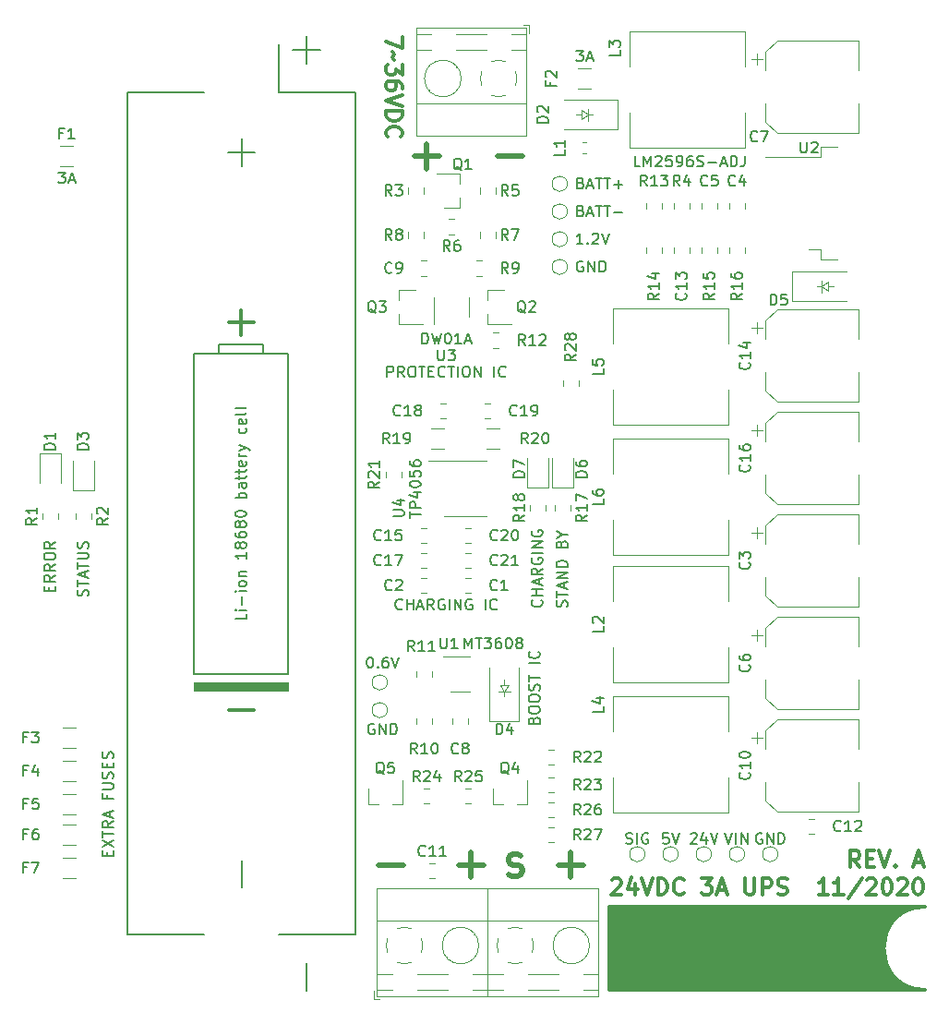
<source format=gbr>
G04 #@! TF.GenerationSoftware,KiCad,Pcbnew,(5.1.5)-3*
G04 #@! TF.CreationDate,2020-11-04T13:08:40-03:00*
G04 #@! TF.ProjectId,li-ion-backup,6c692d69-6f6e-42d6-9261-636b75702e6b,rev?*
G04 #@! TF.SameCoordinates,Original*
G04 #@! TF.FileFunction,Legend,Top*
G04 #@! TF.FilePolarity,Positive*
%FSLAX46Y46*%
G04 Gerber Fmt 4.6, Leading zero omitted, Abs format (unit mm)*
G04 Created by KiCad (PCBNEW (5.1.5)-3) date 2020-11-04 13:08:40*
%MOMM*%
%LPD*%
G04 APERTURE LIST*
%ADD10C,0.300000*%
%ADD11C,0.500000*%
%ADD12C,0.100000*%
%ADD13C,0.200000*%
%ADD14C,0.120000*%
%ADD15C,0.150000*%
G04 APERTURE END LIST*
D10*
X174624857Y-121959714D02*
X172339142Y-121959714D01*
X174624857Y-86399714D02*
X172339142Y-86399714D01*
X173482000Y-85256857D02*
X173482000Y-87542571D01*
X230207571Y-136309571D02*
X229707571Y-135595285D01*
X229350428Y-136309571D02*
X229350428Y-134809571D01*
X229921857Y-134809571D01*
X230064714Y-134881000D01*
X230136142Y-134952428D01*
X230207571Y-135095285D01*
X230207571Y-135309571D01*
X230136142Y-135452428D01*
X230064714Y-135523857D01*
X229921857Y-135595285D01*
X229350428Y-135595285D01*
X230850428Y-135523857D02*
X231350428Y-135523857D01*
X231564714Y-136309571D02*
X230850428Y-136309571D01*
X230850428Y-134809571D01*
X231564714Y-134809571D01*
X231993285Y-134809571D02*
X232493285Y-136309571D01*
X232993285Y-134809571D01*
X233493285Y-136166714D02*
X233564714Y-136238142D01*
X233493285Y-136309571D01*
X233421857Y-136238142D01*
X233493285Y-136166714D01*
X233493285Y-136309571D01*
X235279000Y-135881000D02*
X235993285Y-135881000D01*
X235136142Y-136309571D02*
X235636142Y-134809571D01*
X236136142Y-136309571D01*
X227279000Y-138859571D02*
X226421857Y-138859571D01*
X226850428Y-138859571D02*
X226850428Y-137359571D01*
X226707571Y-137573857D01*
X226564714Y-137716714D01*
X226421857Y-137788142D01*
X228707571Y-138859571D02*
X227850428Y-138859571D01*
X228279000Y-138859571D02*
X228279000Y-137359571D01*
X228136142Y-137573857D01*
X227993285Y-137716714D01*
X227850428Y-137788142D01*
X230421857Y-137288142D02*
X229136142Y-139216714D01*
X230850428Y-137502428D02*
X230921857Y-137431000D01*
X231064714Y-137359571D01*
X231421857Y-137359571D01*
X231564714Y-137431000D01*
X231636142Y-137502428D01*
X231707571Y-137645285D01*
X231707571Y-137788142D01*
X231636142Y-138002428D01*
X230779000Y-138859571D01*
X231707571Y-138859571D01*
X232636142Y-137359571D02*
X232779000Y-137359571D01*
X232921857Y-137431000D01*
X232993285Y-137502428D01*
X233064714Y-137645285D01*
X233136142Y-137931000D01*
X233136142Y-138288142D01*
X233064714Y-138573857D01*
X232993285Y-138716714D01*
X232921857Y-138788142D01*
X232779000Y-138859571D01*
X232636142Y-138859571D01*
X232493285Y-138788142D01*
X232421857Y-138716714D01*
X232350428Y-138573857D01*
X232279000Y-138288142D01*
X232279000Y-137931000D01*
X232350428Y-137645285D01*
X232421857Y-137502428D01*
X232493285Y-137431000D01*
X232636142Y-137359571D01*
X233707571Y-137502428D02*
X233779000Y-137431000D01*
X233921857Y-137359571D01*
X234279000Y-137359571D01*
X234421857Y-137431000D01*
X234493285Y-137502428D01*
X234564714Y-137645285D01*
X234564714Y-137788142D01*
X234493285Y-138002428D01*
X233636142Y-138859571D01*
X234564714Y-138859571D01*
X235493285Y-137359571D02*
X235636142Y-137359571D01*
X235779000Y-137431000D01*
X235850428Y-137502428D01*
X235921857Y-137645285D01*
X235993285Y-137931000D01*
X235993285Y-138288142D01*
X235921857Y-138573857D01*
X235850428Y-138716714D01*
X235779000Y-138788142D01*
X235636142Y-138859571D01*
X235493285Y-138859571D01*
X235350428Y-138788142D01*
X235279000Y-138716714D01*
X235207571Y-138573857D01*
X235136142Y-138288142D01*
X235136142Y-137931000D01*
X235207571Y-137645285D01*
X235279000Y-137502428D01*
X235350428Y-137431000D01*
X235493285Y-137359571D01*
X207490714Y-137497428D02*
X207562142Y-137426000D01*
X207705000Y-137354571D01*
X208062142Y-137354571D01*
X208205000Y-137426000D01*
X208276428Y-137497428D01*
X208347857Y-137640285D01*
X208347857Y-137783142D01*
X208276428Y-137997428D01*
X207419285Y-138854571D01*
X208347857Y-138854571D01*
X209633571Y-137854571D02*
X209633571Y-138854571D01*
X209276428Y-137283142D02*
X208919285Y-138354571D01*
X209847857Y-138354571D01*
X210205000Y-137354571D02*
X210705000Y-138854571D01*
X211205000Y-137354571D01*
X211705000Y-138854571D02*
X211705000Y-137354571D01*
X212062142Y-137354571D01*
X212276428Y-137426000D01*
X212419285Y-137568857D01*
X212490714Y-137711714D01*
X212562142Y-137997428D01*
X212562142Y-138211714D01*
X212490714Y-138497428D01*
X212419285Y-138640285D01*
X212276428Y-138783142D01*
X212062142Y-138854571D01*
X211705000Y-138854571D01*
X214062142Y-138711714D02*
X213990714Y-138783142D01*
X213776428Y-138854571D01*
X213633571Y-138854571D01*
X213419285Y-138783142D01*
X213276428Y-138640285D01*
X213205000Y-138497428D01*
X213133571Y-138211714D01*
X213133571Y-137997428D01*
X213205000Y-137711714D01*
X213276428Y-137568857D01*
X213419285Y-137426000D01*
X213633571Y-137354571D01*
X213776428Y-137354571D01*
X213990714Y-137426000D01*
X214062142Y-137497428D01*
X215705000Y-137354571D02*
X216633571Y-137354571D01*
X216133571Y-137926000D01*
X216347857Y-137926000D01*
X216490714Y-137997428D01*
X216562142Y-138068857D01*
X216633571Y-138211714D01*
X216633571Y-138568857D01*
X216562142Y-138711714D01*
X216490714Y-138783142D01*
X216347857Y-138854571D01*
X215919285Y-138854571D01*
X215776428Y-138783142D01*
X215705000Y-138711714D01*
X217205000Y-138426000D02*
X217919285Y-138426000D01*
X217062142Y-138854571D02*
X217562142Y-137354571D01*
X218062142Y-138854571D01*
X219705000Y-137354571D02*
X219705000Y-138568857D01*
X219776428Y-138711714D01*
X219847857Y-138783142D01*
X219990714Y-138854571D01*
X220276428Y-138854571D01*
X220419285Y-138783142D01*
X220490714Y-138711714D01*
X220562142Y-138568857D01*
X220562142Y-137354571D01*
X221276428Y-138854571D02*
X221276428Y-137354571D01*
X221847857Y-137354571D01*
X221990714Y-137426000D01*
X222062142Y-137497428D01*
X222133571Y-137640285D01*
X222133571Y-137854571D01*
X222062142Y-137997428D01*
X221990714Y-138068857D01*
X221847857Y-138140285D01*
X221276428Y-138140285D01*
X222705000Y-138783142D02*
X222919285Y-138854571D01*
X223276428Y-138854571D01*
X223419285Y-138783142D01*
X223490714Y-138711714D01*
X223562142Y-138568857D01*
X223562142Y-138426000D01*
X223490714Y-138283142D01*
X223419285Y-138211714D01*
X223276428Y-138140285D01*
X222990714Y-138068857D01*
X222847857Y-137997428D01*
X222776428Y-137926000D01*
X222705000Y-137783142D01*
X222705000Y-137640285D01*
X222776428Y-137497428D01*
X222847857Y-137426000D01*
X222990714Y-137354571D01*
X223347857Y-137354571D01*
X223562142Y-137426000D01*
X188273428Y-60226428D02*
X188273428Y-61226428D01*
X186773428Y-60583571D01*
X187344857Y-61583571D02*
X187416285Y-61655000D01*
X187487714Y-61797857D01*
X187344857Y-62083571D01*
X187416285Y-62226428D01*
X187487714Y-62297857D01*
X188273428Y-62726428D02*
X188273428Y-63655000D01*
X187702000Y-63155000D01*
X187702000Y-63369285D01*
X187630571Y-63512142D01*
X187559142Y-63583571D01*
X187416285Y-63655000D01*
X187059142Y-63655000D01*
X186916285Y-63583571D01*
X186844857Y-63512142D01*
X186773428Y-63369285D01*
X186773428Y-62940714D01*
X186844857Y-62797857D01*
X186916285Y-62726428D01*
X188273428Y-64940714D02*
X188273428Y-64655000D01*
X188202000Y-64512142D01*
X188130571Y-64440714D01*
X187916285Y-64297857D01*
X187630571Y-64226428D01*
X187059142Y-64226428D01*
X186916285Y-64297857D01*
X186844857Y-64369285D01*
X186773428Y-64512142D01*
X186773428Y-64797857D01*
X186844857Y-64940714D01*
X186916285Y-65012142D01*
X187059142Y-65083571D01*
X187416285Y-65083571D01*
X187559142Y-65012142D01*
X187630571Y-64940714D01*
X187702000Y-64797857D01*
X187702000Y-64512142D01*
X187630571Y-64369285D01*
X187559142Y-64297857D01*
X187416285Y-64226428D01*
X188273428Y-65512142D02*
X186773428Y-66012142D01*
X188273428Y-66512142D01*
X186773428Y-67012142D02*
X188273428Y-67012142D01*
X188273428Y-67369285D01*
X188202000Y-67583571D01*
X188059142Y-67726428D01*
X187916285Y-67797857D01*
X187630571Y-67869285D01*
X187416285Y-67869285D01*
X187130571Y-67797857D01*
X186987714Y-67726428D01*
X186844857Y-67583571D01*
X186773428Y-67369285D01*
X186773428Y-67012142D01*
X186916285Y-69369285D02*
X186844857Y-69297857D01*
X186773428Y-69083571D01*
X186773428Y-68940714D01*
X186844857Y-68726428D01*
X186987714Y-68583571D01*
X187130571Y-68512142D01*
X187416285Y-68440714D01*
X187630571Y-68440714D01*
X187916285Y-68512142D01*
X188059142Y-68583571D01*
X188202000Y-68726428D01*
X188273428Y-68940714D01*
X188273428Y-69083571D01*
X188202000Y-69297857D01*
X188130571Y-69369285D01*
D11*
X191642857Y-71159714D02*
X189357142Y-71159714D01*
X190500000Y-70016857D02*
X190500000Y-72302571D01*
X199262857Y-71159714D02*
X196977142Y-71159714D01*
X197985142Y-136977285D02*
X198270857Y-137120142D01*
X198842285Y-137120142D01*
X199128000Y-136977285D01*
X199270857Y-136691571D01*
X199270857Y-136548714D01*
X199128000Y-136263000D01*
X198842285Y-136120142D01*
X198413714Y-136120142D01*
X198128000Y-135977285D01*
X197985142Y-135691571D01*
X197985142Y-135548714D01*
X198128000Y-135263000D01*
X198413714Y-135120142D01*
X198842285Y-135120142D01*
X199128000Y-135263000D01*
X202565142Y-136104285D02*
X204850857Y-136104285D01*
X203708000Y-137247142D02*
X203708000Y-134961428D01*
D12*
G36*
X210820000Y-147574000D02*
G01*
X207264000Y-147574000D01*
X207264000Y-139954000D01*
X210820000Y-139954000D01*
X210820000Y-147574000D01*
G37*
X210820000Y-147574000D02*
X207264000Y-147574000D01*
X207264000Y-139954000D01*
X210820000Y-139954000D01*
X210820000Y-147574000D01*
D10*
X207264000Y-139954000D02*
X207264000Y-147574000D01*
X233426000Y-146558000D02*
X210820000Y-146558000D01*
X233172000Y-146304000D02*
X210820000Y-146304000D01*
X233172000Y-146050000D02*
X210820000Y-146050000D01*
X234696000Y-147320000D02*
X210820000Y-147320000D01*
X233934000Y-146812000D02*
X210820000Y-146812000D01*
X234188000Y-147066000D02*
X210820000Y-147066000D01*
X236220000Y-147574000D02*
X207264000Y-147574000D01*
X232664000Y-145542000D02*
X210820000Y-145542000D01*
X232410000Y-144780000D02*
X210820000Y-144780000D01*
X232918000Y-145796000D02*
X210820000Y-145796000D01*
X232664000Y-145288000D02*
X210820000Y-145288000D01*
X232410000Y-145034000D02*
X210820000Y-145034000D01*
X232410000Y-144526000D02*
X210820000Y-144526000D01*
X232410000Y-144272000D02*
X210820000Y-144272000D01*
X232410000Y-144018000D02*
X210820000Y-144018000D01*
X232410000Y-142748000D02*
X210820000Y-142748000D01*
X232410000Y-143510000D02*
X210820000Y-143510000D01*
X232410000Y-143256000D02*
X210820000Y-143256000D01*
X232410000Y-143764000D02*
X210820000Y-143764000D01*
X232410000Y-143002000D02*
X210820000Y-143002000D01*
X232410000Y-142494000D02*
X210820000Y-142494000D01*
X232664000Y-142240000D02*
X210820000Y-142240000D01*
X232664000Y-141986000D02*
X210820000Y-141986000D01*
X232918000Y-141732000D02*
X210820000Y-141732000D01*
X233172000Y-141478000D02*
X210820000Y-141478000D01*
X233172000Y-141478000D02*
X210820000Y-141478000D01*
X233172000Y-141224000D02*
X210820000Y-141224000D01*
X233426000Y-140970000D02*
X210820000Y-140970000D01*
X233934000Y-140716000D02*
X210820000Y-140716000D01*
X234188000Y-140462000D02*
X210820000Y-140462000D01*
X234696000Y-140208000D02*
X210820000Y-140208000D01*
X236220000Y-139954000D02*
X207264000Y-139954000D01*
X236220000Y-147574000D02*
G75*
G02X236220000Y-139954000I0J3810000D01*
G01*
D13*
X161218571Y-135294095D02*
X161218571Y-134960761D01*
X161742380Y-134817904D02*
X161742380Y-135294095D01*
X160742380Y-135294095D01*
X160742380Y-134817904D01*
X160742380Y-134484571D02*
X161742380Y-133817904D01*
X160742380Y-133817904D02*
X161742380Y-134484571D01*
X160742380Y-133579809D02*
X160742380Y-133008380D01*
X161742380Y-133294095D02*
X160742380Y-133294095D01*
X161742380Y-132103619D02*
X161266190Y-132436952D01*
X161742380Y-132675047D02*
X160742380Y-132675047D01*
X160742380Y-132294095D01*
X160790000Y-132198857D01*
X160837619Y-132151238D01*
X160932857Y-132103619D01*
X161075714Y-132103619D01*
X161170952Y-132151238D01*
X161218571Y-132198857D01*
X161266190Y-132294095D01*
X161266190Y-132675047D01*
X161456666Y-131722666D02*
X161456666Y-131246476D01*
X161742380Y-131817904D02*
X160742380Y-131484571D01*
X161742380Y-131151238D01*
X161218571Y-129722666D02*
X161218571Y-130056000D01*
X161742380Y-130056000D02*
X160742380Y-130056000D01*
X160742380Y-129579809D01*
X160742380Y-129198857D02*
X161551904Y-129198857D01*
X161647142Y-129151238D01*
X161694761Y-129103619D01*
X161742380Y-129008380D01*
X161742380Y-128817904D01*
X161694761Y-128722666D01*
X161647142Y-128675047D01*
X161551904Y-128627428D01*
X160742380Y-128627428D01*
X161694761Y-128198857D02*
X161742380Y-128056000D01*
X161742380Y-127817904D01*
X161694761Y-127722666D01*
X161647142Y-127675047D01*
X161551904Y-127627428D01*
X161456666Y-127627428D01*
X161361428Y-127675047D01*
X161313809Y-127722666D01*
X161266190Y-127817904D01*
X161218571Y-128008380D01*
X161170952Y-128103619D01*
X161123333Y-128151238D01*
X161028095Y-128198857D01*
X160932857Y-128198857D01*
X160837619Y-128151238D01*
X160790000Y-128103619D01*
X160742380Y-128008380D01*
X160742380Y-127770285D01*
X160790000Y-127627428D01*
X161218571Y-127198857D02*
X161218571Y-126865523D01*
X161742380Y-126722666D02*
X161742380Y-127198857D01*
X160742380Y-127198857D01*
X160742380Y-126722666D01*
X161694761Y-126341714D02*
X161742380Y-126198857D01*
X161742380Y-125960761D01*
X161694761Y-125865523D01*
X161647142Y-125817904D01*
X161551904Y-125770285D01*
X161456666Y-125770285D01*
X161361428Y-125817904D01*
X161313809Y-125865523D01*
X161266190Y-125960761D01*
X161218571Y-126151238D01*
X161170952Y-126246476D01*
X161123333Y-126294095D01*
X161028095Y-126341714D01*
X160932857Y-126341714D01*
X160837619Y-126294095D01*
X160790000Y-126246476D01*
X160742380Y-126151238D01*
X160742380Y-125913142D01*
X160790000Y-125770285D01*
D11*
X186055142Y-136104285D02*
X188340857Y-136104285D01*
X193421142Y-136104285D02*
X195706857Y-136104285D01*
X194564000Y-137247142D02*
X194564000Y-134961428D01*
D13*
X200334571Y-122840380D02*
X200382190Y-122697523D01*
X200429809Y-122649904D01*
X200525047Y-122602285D01*
X200667904Y-122602285D01*
X200763142Y-122649904D01*
X200810761Y-122697523D01*
X200858380Y-122792761D01*
X200858380Y-123173714D01*
X199858380Y-123173714D01*
X199858380Y-122840380D01*
X199906000Y-122745142D01*
X199953619Y-122697523D01*
X200048857Y-122649904D01*
X200144095Y-122649904D01*
X200239333Y-122697523D01*
X200286952Y-122745142D01*
X200334571Y-122840380D01*
X200334571Y-123173714D01*
X199858380Y-121983238D02*
X199858380Y-121792761D01*
X199906000Y-121697523D01*
X200001238Y-121602285D01*
X200191714Y-121554666D01*
X200525047Y-121554666D01*
X200715523Y-121602285D01*
X200810761Y-121697523D01*
X200858380Y-121792761D01*
X200858380Y-121983238D01*
X200810761Y-122078476D01*
X200715523Y-122173714D01*
X200525047Y-122221333D01*
X200191714Y-122221333D01*
X200001238Y-122173714D01*
X199906000Y-122078476D01*
X199858380Y-121983238D01*
X199858380Y-120935619D02*
X199858380Y-120745142D01*
X199906000Y-120649904D01*
X200001238Y-120554666D01*
X200191714Y-120507047D01*
X200525047Y-120507047D01*
X200715523Y-120554666D01*
X200810761Y-120649904D01*
X200858380Y-120745142D01*
X200858380Y-120935619D01*
X200810761Y-121030857D01*
X200715523Y-121126095D01*
X200525047Y-121173714D01*
X200191714Y-121173714D01*
X200001238Y-121126095D01*
X199906000Y-121030857D01*
X199858380Y-120935619D01*
X200810761Y-120126095D02*
X200858380Y-119983238D01*
X200858380Y-119745142D01*
X200810761Y-119649904D01*
X200763142Y-119602285D01*
X200667904Y-119554666D01*
X200572666Y-119554666D01*
X200477428Y-119602285D01*
X200429809Y-119649904D01*
X200382190Y-119745142D01*
X200334571Y-119935619D01*
X200286952Y-120030857D01*
X200239333Y-120078476D01*
X200144095Y-120126095D01*
X200048857Y-120126095D01*
X199953619Y-120078476D01*
X199906000Y-120030857D01*
X199858380Y-119935619D01*
X199858380Y-119697523D01*
X199906000Y-119554666D01*
X199858380Y-119268952D02*
X199858380Y-118697523D01*
X200858380Y-118983238D02*
X199858380Y-118983238D01*
X200858380Y-117602285D02*
X199858380Y-117602285D01*
X200763142Y-116554666D02*
X200810761Y-116602285D01*
X200858380Y-116745142D01*
X200858380Y-116840380D01*
X200810761Y-116983238D01*
X200715523Y-117078476D01*
X200620285Y-117126095D01*
X200429809Y-117173714D01*
X200286952Y-117173714D01*
X200096476Y-117126095D01*
X200001238Y-117078476D01*
X199906000Y-116983238D01*
X199858380Y-116840380D01*
X199858380Y-116745142D01*
X199906000Y-116602285D01*
X199953619Y-116554666D01*
X188254190Y-112625142D02*
X188206571Y-112672761D01*
X188063714Y-112720380D01*
X187968476Y-112720380D01*
X187825619Y-112672761D01*
X187730380Y-112577523D01*
X187682761Y-112482285D01*
X187635142Y-112291809D01*
X187635142Y-112148952D01*
X187682761Y-111958476D01*
X187730380Y-111863238D01*
X187825619Y-111768000D01*
X187968476Y-111720380D01*
X188063714Y-111720380D01*
X188206571Y-111768000D01*
X188254190Y-111815619D01*
X188682761Y-112720380D02*
X188682761Y-111720380D01*
X188682761Y-112196571D02*
X189254190Y-112196571D01*
X189254190Y-112720380D02*
X189254190Y-111720380D01*
X189682761Y-112434666D02*
X190158952Y-112434666D01*
X189587523Y-112720380D02*
X189920857Y-111720380D01*
X190254190Y-112720380D01*
X191158952Y-112720380D02*
X190825619Y-112244190D01*
X190587523Y-112720380D02*
X190587523Y-111720380D01*
X190968476Y-111720380D01*
X191063714Y-111768000D01*
X191111333Y-111815619D01*
X191158952Y-111910857D01*
X191158952Y-112053714D01*
X191111333Y-112148952D01*
X191063714Y-112196571D01*
X190968476Y-112244190D01*
X190587523Y-112244190D01*
X192111333Y-111768000D02*
X192016095Y-111720380D01*
X191873238Y-111720380D01*
X191730380Y-111768000D01*
X191635142Y-111863238D01*
X191587523Y-111958476D01*
X191539904Y-112148952D01*
X191539904Y-112291809D01*
X191587523Y-112482285D01*
X191635142Y-112577523D01*
X191730380Y-112672761D01*
X191873238Y-112720380D01*
X191968476Y-112720380D01*
X192111333Y-112672761D01*
X192158952Y-112625142D01*
X192158952Y-112291809D01*
X191968476Y-112291809D01*
X192587523Y-112720380D02*
X192587523Y-111720380D01*
X193063714Y-112720380D02*
X193063714Y-111720380D01*
X193635142Y-112720380D01*
X193635142Y-111720380D01*
X194635142Y-111768000D02*
X194539904Y-111720380D01*
X194397047Y-111720380D01*
X194254190Y-111768000D01*
X194158952Y-111863238D01*
X194111333Y-111958476D01*
X194063714Y-112148952D01*
X194063714Y-112291809D01*
X194111333Y-112482285D01*
X194158952Y-112577523D01*
X194254190Y-112672761D01*
X194397047Y-112720380D01*
X194492285Y-112720380D01*
X194635142Y-112672761D01*
X194682761Y-112625142D01*
X194682761Y-112291809D01*
X194492285Y-112291809D01*
X195873238Y-112720380D02*
X195873238Y-111720380D01*
X196920857Y-112625142D02*
X196873238Y-112672761D01*
X196730380Y-112720380D01*
X196635142Y-112720380D01*
X196492285Y-112672761D01*
X196397047Y-112577523D01*
X196349428Y-112482285D01*
X196301809Y-112291809D01*
X196301809Y-112148952D01*
X196349428Y-111958476D01*
X196397047Y-111863238D01*
X196492285Y-111768000D01*
X196635142Y-111720380D01*
X196730380Y-111720380D01*
X196873238Y-111768000D01*
X196920857Y-111815619D01*
X155884571Y-111016285D02*
X155884571Y-110682952D01*
X156408380Y-110540095D02*
X156408380Y-111016285D01*
X155408380Y-111016285D01*
X155408380Y-110540095D01*
X156408380Y-109540095D02*
X155932190Y-109873428D01*
X156408380Y-110111523D02*
X155408380Y-110111523D01*
X155408380Y-109730571D01*
X155456000Y-109635333D01*
X155503619Y-109587714D01*
X155598857Y-109540095D01*
X155741714Y-109540095D01*
X155836952Y-109587714D01*
X155884571Y-109635333D01*
X155932190Y-109730571D01*
X155932190Y-110111523D01*
X156408380Y-108540095D02*
X155932190Y-108873428D01*
X156408380Y-109111523D02*
X155408380Y-109111523D01*
X155408380Y-108730571D01*
X155456000Y-108635333D01*
X155503619Y-108587714D01*
X155598857Y-108540095D01*
X155741714Y-108540095D01*
X155836952Y-108587714D01*
X155884571Y-108635333D01*
X155932190Y-108730571D01*
X155932190Y-109111523D01*
X155408380Y-107921047D02*
X155408380Y-107730571D01*
X155456000Y-107635333D01*
X155551238Y-107540095D01*
X155741714Y-107492476D01*
X156075047Y-107492476D01*
X156265523Y-107540095D01*
X156360761Y-107635333D01*
X156408380Y-107730571D01*
X156408380Y-107921047D01*
X156360761Y-108016285D01*
X156265523Y-108111523D01*
X156075047Y-108159142D01*
X155741714Y-108159142D01*
X155551238Y-108111523D01*
X155456000Y-108016285D01*
X155408380Y-107921047D01*
X156408380Y-106492476D02*
X155932190Y-106825809D01*
X156408380Y-107063904D02*
X155408380Y-107063904D01*
X155408380Y-106682952D01*
X155456000Y-106587714D01*
X155503619Y-106540095D01*
X155598857Y-106492476D01*
X155741714Y-106492476D01*
X155836952Y-106540095D01*
X155884571Y-106587714D01*
X155932190Y-106682952D01*
X155932190Y-107063904D01*
X159408761Y-111444857D02*
X159456380Y-111302000D01*
X159456380Y-111063904D01*
X159408761Y-110968666D01*
X159361142Y-110921047D01*
X159265904Y-110873428D01*
X159170666Y-110873428D01*
X159075428Y-110921047D01*
X159027809Y-110968666D01*
X158980190Y-111063904D01*
X158932571Y-111254380D01*
X158884952Y-111349619D01*
X158837333Y-111397238D01*
X158742095Y-111444857D01*
X158646857Y-111444857D01*
X158551619Y-111397238D01*
X158504000Y-111349619D01*
X158456380Y-111254380D01*
X158456380Y-111016285D01*
X158504000Y-110873428D01*
X158456380Y-110587714D02*
X158456380Y-110016285D01*
X159456380Y-110302000D02*
X158456380Y-110302000D01*
X159170666Y-109730571D02*
X159170666Y-109254380D01*
X159456380Y-109825809D02*
X158456380Y-109492476D01*
X159456380Y-109159142D01*
X158456380Y-108968666D02*
X158456380Y-108397238D01*
X159456380Y-108682952D02*
X158456380Y-108682952D01*
X158456380Y-108063904D02*
X159265904Y-108063904D01*
X159361142Y-108016285D01*
X159408761Y-107968666D01*
X159456380Y-107873428D01*
X159456380Y-107682952D01*
X159408761Y-107587714D01*
X159361142Y-107540095D01*
X159265904Y-107492476D01*
X158456380Y-107492476D01*
X159408761Y-107063904D02*
X159456380Y-106921047D01*
X159456380Y-106682952D01*
X159408761Y-106587714D01*
X159361142Y-106540095D01*
X159265904Y-106492476D01*
X159170666Y-106492476D01*
X159075428Y-106540095D01*
X159027809Y-106587714D01*
X158980190Y-106682952D01*
X158932571Y-106873428D01*
X158884952Y-106968666D01*
X158837333Y-107016285D01*
X158742095Y-107063904D01*
X158646857Y-107063904D01*
X158551619Y-107016285D01*
X158504000Y-106968666D01*
X158456380Y-106873428D01*
X158456380Y-106635333D01*
X158504000Y-106492476D01*
X201017142Y-111836476D02*
X201064761Y-111884095D01*
X201112380Y-112026952D01*
X201112380Y-112122190D01*
X201064761Y-112265047D01*
X200969523Y-112360285D01*
X200874285Y-112407904D01*
X200683809Y-112455523D01*
X200540952Y-112455523D01*
X200350476Y-112407904D01*
X200255238Y-112360285D01*
X200160000Y-112265047D01*
X200112380Y-112122190D01*
X200112380Y-112026952D01*
X200160000Y-111884095D01*
X200207619Y-111836476D01*
X201112380Y-111407904D02*
X200112380Y-111407904D01*
X200588571Y-111407904D02*
X200588571Y-110836476D01*
X201112380Y-110836476D02*
X200112380Y-110836476D01*
X200826666Y-110407904D02*
X200826666Y-109931714D01*
X201112380Y-110503142D02*
X200112380Y-110169809D01*
X201112380Y-109836476D01*
X201112380Y-108931714D02*
X200636190Y-109265047D01*
X201112380Y-109503142D02*
X200112380Y-109503142D01*
X200112380Y-109122190D01*
X200160000Y-109026952D01*
X200207619Y-108979333D01*
X200302857Y-108931714D01*
X200445714Y-108931714D01*
X200540952Y-108979333D01*
X200588571Y-109026952D01*
X200636190Y-109122190D01*
X200636190Y-109503142D01*
X200160000Y-107979333D02*
X200112380Y-108074571D01*
X200112380Y-108217428D01*
X200160000Y-108360285D01*
X200255238Y-108455523D01*
X200350476Y-108503142D01*
X200540952Y-108550761D01*
X200683809Y-108550761D01*
X200874285Y-108503142D01*
X200969523Y-108455523D01*
X201064761Y-108360285D01*
X201112380Y-108217428D01*
X201112380Y-108122190D01*
X201064761Y-107979333D01*
X201017142Y-107931714D01*
X200683809Y-107931714D01*
X200683809Y-108122190D01*
X201112380Y-107503142D02*
X200112380Y-107503142D01*
X201112380Y-107026952D02*
X200112380Y-107026952D01*
X201112380Y-106455523D01*
X200112380Y-106455523D01*
X200160000Y-105455523D02*
X200112380Y-105550761D01*
X200112380Y-105693619D01*
X200160000Y-105836476D01*
X200255238Y-105931714D01*
X200350476Y-105979333D01*
X200540952Y-106026952D01*
X200683809Y-106026952D01*
X200874285Y-105979333D01*
X200969523Y-105931714D01*
X201064761Y-105836476D01*
X201112380Y-105693619D01*
X201112380Y-105598380D01*
X201064761Y-105455523D01*
X201017142Y-105407904D01*
X200683809Y-105407904D01*
X200683809Y-105598380D01*
X203350761Y-112455523D02*
X203398380Y-112312666D01*
X203398380Y-112074571D01*
X203350761Y-111979333D01*
X203303142Y-111931714D01*
X203207904Y-111884095D01*
X203112666Y-111884095D01*
X203017428Y-111931714D01*
X202969809Y-111979333D01*
X202922190Y-112074571D01*
X202874571Y-112265047D01*
X202826952Y-112360285D01*
X202779333Y-112407904D01*
X202684095Y-112455523D01*
X202588857Y-112455523D01*
X202493619Y-112407904D01*
X202446000Y-112360285D01*
X202398380Y-112265047D01*
X202398380Y-112026952D01*
X202446000Y-111884095D01*
X202398380Y-111598380D02*
X202398380Y-111026952D01*
X203398380Y-111312666D02*
X202398380Y-111312666D01*
X203112666Y-110741238D02*
X203112666Y-110265047D01*
X203398380Y-110836476D02*
X202398380Y-110503142D01*
X203398380Y-110169809D01*
X203398380Y-109836476D02*
X202398380Y-109836476D01*
X203398380Y-109265047D01*
X202398380Y-109265047D01*
X203398380Y-108788857D02*
X202398380Y-108788857D01*
X202398380Y-108550761D01*
X202446000Y-108407904D01*
X202541238Y-108312666D01*
X202636476Y-108265047D01*
X202826952Y-108217428D01*
X202969809Y-108217428D01*
X203160285Y-108265047D01*
X203255523Y-108312666D01*
X203350761Y-108407904D01*
X203398380Y-108550761D01*
X203398380Y-108788857D01*
X202874571Y-106693619D02*
X202922190Y-106550761D01*
X202969809Y-106503142D01*
X203065047Y-106455523D01*
X203207904Y-106455523D01*
X203303142Y-106503142D01*
X203350761Y-106550761D01*
X203398380Y-106646000D01*
X203398380Y-107026952D01*
X202398380Y-107026952D01*
X202398380Y-106693619D01*
X202446000Y-106598380D01*
X202493619Y-106550761D01*
X202588857Y-106503142D01*
X202684095Y-106503142D01*
X202779333Y-106550761D01*
X202826952Y-106598380D01*
X202874571Y-106693619D01*
X202874571Y-107026952D01*
X202922190Y-105836476D02*
X203398380Y-105836476D01*
X202398380Y-106169809D02*
X202922190Y-105836476D01*
X202398380Y-105503142D01*
X186873238Y-91384380D02*
X186873238Y-90384380D01*
X187254190Y-90384380D01*
X187349428Y-90432000D01*
X187397047Y-90479619D01*
X187444666Y-90574857D01*
X187444666Y-90717714D01*
X187397047Y-90812952D01*
X187349428Y-90860571D01*
X187254190Y-90908190D01*
X186873238Y-90908190D01*
X188444666Y-91384380D02*
X188111333Y-90908190D01*
X187873238Y-91384380D02*
X187873238Y-90384380D01*
X188254190Y-90384380D01*
X188349428Y-90432000D01*
X188397047Y-90479619D01*
X188444666Y-90574857D01*
X188444666Y-90717714D01*
X188397047Y-90812952D01*
X188349428Y-90860571D01*
X188254190Y-90908190D01*
X187873238Y-90908190D01*
X189063714Y-90384380D02*
X189254190Y-90384380D01*
X189349428Y-90432000D01*
X189444666Y-90527238D01*
X189492285Y-90717714D01*
X189492285Y-91051047D01*
X189444666Y-91241523D01*
X189349428Y-91336761D01*
X189254190Y-91384380D01*
X189063714Y-91384380D01*
X188968476Y-91336761D01*
X188873238Y-91241523D01*
X188825619Y-91051047D01*
X188825619Y-90717714D01*
X188873238Y-90527238D01*
X188968476Y-90432000D01*
X189063714Y-90384380D01*
X189778000Y-90384380D02*
X190349428Y-90384380D01*
X190063714Y-91384380D02*
X190063714Y-90384380D01*
X190682761Y-90860571D02*
X191016095Y-90860571D01*
X191158952Y-91384380D02*
X190682761Y-91384380D01*
X190682761Y-90384380D01*
X191158952Y-90384380D01*
X192158952Y-91289142D02*
X192111333Y-91336761D01*
X191968476Y-91384380D01*
X191873238Y-91384380D01*
X191730380Y-91336761D01*
X191635142Y-91241523D01*
X191587523Y-91146285D01*
X191539904Y-90955809D01*
X191539904Y-90812952D01*
X191587523Y-90622476D01*
X191635142Y-90527238D01*
X191730380Y-90432000D01*
X191873238Y-90384380D01*
X191968476Y-90384380D01*
X192111333Y-90432000D01*
X192158952Y-90479619D01*
X192444666Y-90384380D02*
X193016095Y-90384380D01*
X192730380Y-91384380D02*
X192730380Y-90384380D01*
X193349428Y-91384380D02*
X193349428Y-90384380D01*
X194016095Y-90384380D02*
X194206571Y-90384380D01*
X194301809Y-90432000D01*
X194397047Y-90527238D01*
X194444666Y-90717714D01*
X194444666Y-91051047D01*
X194397047Y-91241523D01*
X194301809Y-91336761D01*
X194206571Y-91384380D01*
X194016095Y-91384380D01*
X193920857Y-91336761D01*
X193825619Y-91241523D01*
X193778000Y-91051047D01*
X193778000Y-90717714D01*
X193825619Y-90527238D01*
X193920857Y-90432000D01*
X194016095Y-90384380D01*
X194873238Y-91384380D02*
X194873238Y-90384380D01*
X195444666Y-91384380D01*
X195444666Y-90384380D01*
X196682761Y-91384380D02*
X196682761Y-90384380D01*
X197730380Y-91289142D02*
X197682761Y-91336761D01*
X197539904Y-91384380D01*
X197444666Y-91384380D01*
X197301809Y-91336761D01*
X197206571Y-91241523D01*
X197158952Y-91146285D01*
X197111333Y-90955809D01*
X197111333Y-90812952D01*
X197158952Y-90622476D01*
X197206571Y-90527238D01*
X197301809Y-90432000D01*
X197444666Y-90384380D01*
X197539904Y-90384380D01*
X197682761Y-90432000D01*
X197730380Y-90479619D01*
D12*
G36*
X177800000Y-120142000D02*
G01*
X169164000Y-120142000D01*
X169164000Y-119380000D01*
X177800000Y-119380000D01*
X177800000Y-120142000D01*
G37*
X177800000Y-120142000D02*
X169164000Y-120142000D01*
X169164000Y-119380000D01*
X177800000Y-119380000D01*
X177800000Y-120142000D01*
D14*
X207552000Y-111946000D02*
X207552000Y-108746000D01*
X207552000Y-108746000D02*
X218152000Y-108746000D01*
X218152000Y-108746000D02*
X218152000Y-111946000D01*
X218152000Y-116146000D02*
X218152000Y-119346000D01*
X218152000Y-119346000D02*
X207552000Y-119346000D01*
X207552000Y-119346000D02*
X207552000Y-116146000D01*
X219676000Y-67124000D02*
X219676000Y-70324000D01*
X219676000Y-70324000D02*
X209076000Y-70324000D01*
X209076000Y-70324000D02*
X209076000Y-67124000D01*
X209076000Y-62924000D02*
X209076000Y-59724000D01*
X209076000Y-59724000D02*
X219676000Y-59724000D01*
X219676000Y-59724000D02*
X219676000Y-62924000D01*
X218152000Y-128084000D02*
X218152000Y-131284000D01*
X218152000Y-131284000D02*
X207552000Y-131284000D01*
X207552000Y-131284000D02*
X207552000Y-128084000D01*
X207552000Y-123884000D02*
X207552000Y-120684000D01*
X207552000Y-120684000D02*
X218152000Y-120684000D01*
X218152000Y-120684000D02*
X218152000Y-123884000D01*
X207552000Y-88324000D02*
X207552000Y-85124000D01*
X207552000Y-85124000D02*
X218152000Y-85124000D01*
X218152000Y-85124000D02*
X218152000Y-88324000D01*
X218152000Y-92524000D02*
X218152000Y-95724000D01*
X218152000Y-95724000D02*
X207552000Y-95724000D01*
X207552000Y-95724000D02*
X207552000Y-92524000D01*
X218152000Y-104462000D02*
X218152000Y-107662000D01*
X218152000Y-107662000D02*
X207552000Y-107662000D01*
X207552000Y-107662000D02*
X207552000Y-104462000D01*
X207552000Y-100262000D02*
X207552000Y-97062000D01*
X207552000Y-97062000D02*
X218152000Y-97062000D01*
X218152000Y-97062000D02*
X218152000Y-100262000D01*
X186882000Y-121920000D02*
G75*
G03X186882000Y-121920000I-700000J0D01*
G01*
X202998000Y-91689422D02*
X202998000Y-92206578D01*
X204418000Y-91689422D02*
X204418000Y-92206578D01*
X202188578Y-132640000D02*
X201671422Y-132640000D01*
X202188578Y-134060000D02*
X201671422Y-134060000D01*
X202188578Y-130354000D02*
X201671422Y-130354000D01*
X202188578Y-131774000D02*
X201671422Y-131774000D01*
X203392000Y-81280000D02*
G75*
G03X203392000Y-81280000I-700000J0D01*
G01*
X222696000Y-135128000D02*
G75*
G03X222696000Y-135128000I-700000J0D01*
G01*
X204851000Y-147574000D02*
X206121000Y-147574000D01*
X199751000Y-147574000D02*
X202565000Y-147574000D01*
X196068000Y-147574000D02*
X197485000Y-147574000D01*
X204851000Y-146110000D02*
X206121000Y-146110000D01*
X199751000Y-146110000D02*
X202565000Y-146110000D01*
X202528000Y-144533000D02*
X202481000Y-144579000D01*
X204825000Y-142235000D02*
X204790000Y-142271000D01*
X202721000Y-144749000D02*
X202686000Y-144784000D01*
X205030000Y-142441000D02*
X204983000Y-142487000D01*
X206188000Y-138249000D02*
X206188000Y-148170000D01*
X196068000Y-138249000D02*
X196068000Y-148170000D01*
X196068000Y-148170000D02*
X206188000Y-148170000D01*
X196068000Y-138249000D02*
X206188000Y-138249000D01*
X196068000Y-141209000D02*
X206188000Y-141209000D01*
X196068000Y-146110000D02*
X197485000Y-146110000D01*
X205435000Y-143510000D02*
G75*
G03X205435000Y-143510000I-1680000J0D01*
G01*
X198656805Y-145190253D02*
G75*
G02X197944000Y-145045000I-28805J1680253D01*
G01*
X197092574Y-144193042D02*
G75*
G02X197093000Y-142826000I1535426J683042D01*
G01*
X197944958Y-141974574D02*
G75*
G02X199312000Y-141975000I683042J-1535426D01*
G01*
X200163426Y-142826958D02*
G75*
G02X200163000Y-144194000I-1535426J-683042D01*
G01*
X199311318Y-145044756D02*
G75*
G02X198628000Y-145190000I-683318J1534756D01*
G01*
X213552000Y-135128000D02*
G75*
G03X213552000Y-135128000I-700000J0D01*
G01*
X210504000Y-135128000D02*
G75*
G03X210504000Y-135128000I-700000J0D01*
G01*
X216600000Y-135128000D02*
G75*
G03X216600000Y-135128000I-700000J0D01*
G01*
X203392000Y-78740000D02*
G75*
G03X203392000Y-78740000I-700000J0D01*
G01*
X186882000Y-119380000D02*
G75*
G03X186882000Y-119380000I-700000J0D01*
G01*
X219648000Y-135128000D02*
G75*
G03X219648000Y-135128000I-700000J0D01*
G01*
X203392000Y-76200000D02*
G75*
G03X203392000Y-76200000I-700000J0D01*
G01*
X203392000Y-73660000D02*
G75*
G03X203392000Y-73660000I-700000J0D01*
G01*
X157131936Y-137308000D02*
X158336064Y-137308000D01*
X157131936Y-135488000D02*
X158336064Y-135488000D01*
X157131936Y-134260000D02*
X158336064Y-134260000D01*
X157131936Y-132440000D02*
X158336064Y-132440000D01*
X157131936Y-131466000D02*
X158336064Y-131466000D01*
X157131936Y-129646000D02*
X158336064Y-129646000D01*
X157131936Y-128418000D02*
X158336064Y-128418000D01*
X157131936Y-126598000D02*
X158336064Y-126598000D01*
X157131936Y-125370000D02*
X158336064Y-125370000D01*
X157131936Y-123550000D02*
X158336064Y-123550000D01*
X194051422Y-130504000D02*
X194568578Y-130504000D01*
X194051422Y-129084000D02*
X194568578Y-129084000D01*
X190241422Y-130504000D02*
X190758578Y-130504000D01*
X190241422Y-129084000D02*
X190758578Y-129084000D01*
X201671422Y-129488000D02*
X202188578Y-129488000D01*
X201671422Y-128068000D02*
X202188578Y-128068000D01*
X202188578Y-125528000D02*
X201671422Y-125528000D01*
X202188578Y-126948000D02*
X201671422Y-126948000D01*
X185110000Y-130554000D02*
X185110000Y-129094000D01*
X188270000Y-130554000D02*
X188270000Y-128394000D01*
X188270000Y-130554000D02*
X187340000Y-130554000D01*
X185110000Y-130554000D02*
X186040000Y-130554000D01*
X196540000Y-130554000D02*
X196540000Y-129094000D01*
X199700000Y-130554000D02*
X199700000Y-128394000D01*
X199700000Y-130554000D02*
X198770000Y-130554000D01*
X196540000Y-130554000D02*
X197470000Y-130554000D01*
D13*
X173513000Y-135701000D02*
X173513000Y-138201000D01*
X172263000Y-70784000D02*
X174763000Y-70784000D01*
X173513000Y-69534000D02*
X173513000Y-72034000D01*
X175480000Y-88392000D02*
X175480000Y-89154000D01*
X171450000Y-88392000D02*
X171450000Y-89154000D01*
X175480000Y-88392000D02*
X171450000Y-88392000D01*
X177818000Y-89218000D02*
X169164000Y-89218000D01*
X177818000Y-89218000D02*
X177818000Y-118618000D01*
X169164000Y-89218000D02*
X169164000Y-118618000D01*
X177818000Y-118618000D02*
X169164000Y-118618000D01*
X178232000Y-61386000D02*
X180732000Y-61386000D01*
X179482000Y-60136000D02*
X179482000Y-62636000D01*
X179482000Y-147636000D02*
X179482000Y-145136000D01*
X176922000Y-142526000D02*
X183902000Y-142526000D01*
X183922000Y-142526000D02*
X183922000Y-65246000D01*
X183922000Y-65246000D02*
X176922000Y-65246000D01*
X170042000Y-142526000D02*
X163042000Y-142526000D01*
X163042000Y-142526000D02*
X163042000Y-65246000D01*
X163042000Y-65246000D02*
X170042000Y-65246000D01*
X176922000Y-65246000D02*
X176922000Y-60886000D01*
D14*
X194691000Y-147574000D02*
X195961000Y-147574000D01*
X189591000Y-147574000D02*
X192405000Y-147574000D01*
X185908000Y-147574000D02*
X187325000Y-147574000D01*
X194691000Y-146110000D02*
X195961000Y-146110000D01*
X189591000Y-146110000D02*
X192405000Y-146110000D01*
X185668000Y-148410000D02*
X186168000Y-148410000D01*
X185668000Y-147670000D02*
X185668000Y-148410000D01*
X192368000Y-144533000D02*
X192321000Y-144579000D01*
X194665000Y-142235000D02*
X194630000Y-142271000D01*
X192561000Y-144749000D02*
X192526000Y-144784000D01*
X194870000Y-142441000D02*
X194823000Y-142487000D01*
X196028000Y-138249000D02*
X196028000Y-148170000D01*
X185908000Y-138249000D02*
X185908000Y-148170000D01*
X185908000Y-148170000D02*
X196028000Y-148170000D01*
X185908000Y-138249000D02*
X196028000Y-138249000D01*
X185908000Y-141209000D02*
X196028000Y-141209000D01*
X185908000Y-146110000D02*
X187325000Y-146110000D01*
X195275000Y-143510000D02*
G75*
G03X195275000Y-143510000I-1680000J0D01*
G01*
X188496805Y-145190253D02*
G75*
G02X187784000Y-145045000I-28805J1680253D01*
G01*
X186932574Y-144193042D02*
G75*
G02X186933000Y-142826000I1535426J683042D01*
G01*
X187784958Y-141974574D02*
G75*
G02X189152000Y-141975000I683042J-1535426D01*
G01*
X190003426Y-142826958D02*
G75*
G02X190003000Y-144194000I-1535426J-683042D01*
G01*
X189151318Y-145044756D02*
G75*
G02X188468000Y-145190000I-683318J1534756D01*
G01*
X190881000Y-59944000D02*
X189611000Y-59944000D01*
X195981000Y-59944000D02*
X193167000Y-59944000D01*
X199664000Y-59944000D02*
X198247000Y-59944000D01*
X190881000Y-61408000D02*
X189611000Y-61408000D01*
X195981000Y-61408000D02*
X193167000Y-61408000D01*
X199904000Y-59108000D02*
X199404000Y-59108000D01*
X199904000Y-59848000D02*
X199904000Y-59108000D01*
X193204000Y-62985000D02*
X193251000Y-62939000D01*
X190907000Y-65283000D02*
X190942000Y-65247000D01*
X193011000Y-62769000D02*
X193046000Y-62734000D01*
X190702000Y-65077000D02*
X190749000Y-65031000D01*
X189544000Y-69269000D02*
X189544000Y-59348000D01*
X199664000Y-69269000D02*
X199664000Y-59348000D01*
X199664000Y-59348000D02*
X189544000Y-59348000D01*
X199664000Y-69269000D02*
X189544000Y-69269000D01*
X199664000Y-66309000D02*
X189544000Y-66309000D01*
X199664000Y-61408000D02*
X198247000Y-61408000D01*
X193657000Y-64008000D02*
G75*
G03X193657000Y-64008000I-1680000J0D01*
G01*
X197075195Y-62327747D02*
G75*
G02X197788000Y-62473000I28805J-1680253D01*
G01*
X198639426Y-63324958D02*
G75*
G02X198639000Y-64692000I-1535426J-683042D01*
G01*
X197787042Y-65543426D02*
G75*
G02X196420000Y-65543000I-683042J1535426D01*
G01*
X195568574Y-64691042D02*
G75*
G02X195569000Y-63324000I1535426J683042D01*
G01*
X196420682Y-62473244D02*
G75*
G02X197104000Y-62328000I683318J-1534756D01*
G01*
X194056000Y-99040000D02*
X190606000Y-99040000D01*
X194056000Y-99040000D02*
X196006000Y-99040000D01*
X194056000Y-104160000D02*
X192106000Y-104160000D01*
X194056000Y-104160000D02*
X196006000Y-104160000D01*
X191176000Y-84063000D02*
X191176000Y-86513000D01*
X194396000Y-85863000D02*
X194396000Y-84063000D01*
X226666000Y-79688000D02*
X225566000Y-79688000D01*
X226666000Y-80638000D02*
X226666000Y-79688000D01*
X228166000Y-80638000D02*
X226666000Y-80638000D01*
X226666000Y-71188000D02*
X221541000Y-71188000D01*
X226666000Y-70238000D02*
X226666000Y-71188000D01*
X228166000Y-70238000D02*
X226666000Y-70238000D01*
X194448000Y-117008000D02*
X191998000Y-117008000D01*
X192648000Y-120228000D02*
X194448000Y-120228000D01*
X188162000Y-100588578D02*
X188162000Y-100071422D01*
X186742000Y-100588578D02*
X186742000Y-100071422D01*
X197198064Y-96118000D02*
X195993936Y-96118000D01*
X197198064Y-97938000D02*
X195993936Y-97938000D01*
X192118064Y-96118000D02*
X190913936Y-96118000D01*
X192118064Y-97938000D02*
X190913936Y-97938000D01*
X201370000Y-103636578D02*
X201370000Y-103119422D01*
X199950000Y-103636578D02*
X199950000Y-103119422D01*
X202236000Y-103119422D02*
X202236000Y-103636578D01*
X203656000Y-103119422D02*
X203656000Y-103636578D01*
X219658000Y-80014578D02*
X219658000Y-79497422D01*
X218238000Y-80014578D02*
X218238000Y-79497422D01*
X217118000Y-80014578D02*
X217118000Y-79497422D01*
X215698000Y-80014578D02*
X215698000Y-79497422D01*
X212038000Y-80014578D02*
X212038000Y-79497422D01*
X210618000Y-80014578D02*
X210618000Y-79497422D01*
X212038000Y-75950578D02*
X212038000Y-75433422D01*
X210618000Y-75950578D02*
X210618000Y-75433422D01*
X197108578Y-87301000D02*
X196591422Y-87301000D01*
X197108578Y-88721000D02*
X196591422Y-88721000D01*
X190956000Y-118876578D02*
X190956000Y-118359422D01*
X189536000Y-118876578D02*
X189536000Y-118359422D01*
X190956000Y-123194578D02*
X190956000Y-122677422D01*
X189536000Y-123194578D02*
X189536000Y-122677422D01*
X195067422Y-82117000D02*
X195584578Y-82117000D01*
X195067422Y-80697000D02*
X195584578Y-80697000D01*
X188774000Y-78100422D02*
X188774000Y-78617578D01*
X190194000Y-78100422D02*
X190194000Y-78617578D01*
X195378000Y-78100422D02*
X195378000Y-78617578D01*
X196798000Y-78100422D02*
X196798000Y-78617578D01*
X192527422Y-78307000D02*
X193044578Y-78307000D01*
X192527422Y-76887000D02*
X193044578Y-76887000D01*
X195378000Y-74036422D02*
X195378000Y-74553578D01*
X196798000Y-74036422D02*
X196798000Y-74553578D01*
X213158000Y-75433422D02*
X213158000Y-75950578D01*
X214578000Y-75433422D02*
X214578000Y-75950578D01*
X190194000Y-74553578D02*
X190194000Y-74036422D01*
X188774000Y-74553578D02*
X188774000Y-74036422D01*
X158294000Y-103881422D02*
X158294000Y-104398578D01*
X159714000Y-103881422D02*
X159714000Y-104398578D01*
X156666000Y-104398578D02*
X156666000Y-103881422D01*
X155246000Y-104398578D02*
X155246000Y-103881422D01*
X187962000Y-83383000D02*
X189422000Y-83383000D01*
X187962000Y-86543000D02*
X190122000Y-86543000D01*
X187962000Y-86543000D02*
X187962000Y-85613000D01*
X187962000Y-83383000D02*
X187962000Y-84313000D01*
X196090000Y-83383000D02*
X197550000Y-83383000D01*
X196090000Y-86543000D02*
X198250000Y-86543000D01*
X196090000Y-86543000D02*
X196090000Y-85613000D01*
X196090000Y-83383000D02*
X196090000Y-84313000D01*
X193546000Y-75875000D02*
X192086000Y-75875000D01*
X193546000Y-72715000D02*
X191386000Y-72715000D01*
X193546000Y-72715000D02*
X193546000Y-73645000D01*
X193546000Y-75875000D02*
X193546000Y-74945000D01*
X204815221Y-70868000D02*
X205140779Y-70868000D01*
X204815221Y-69848000D02*
X205140779Y-69848000D01*
X204375936Y-64918000D02*
X205580064Y-64918000D01*
X204375936Y-63098000D02*
X205580064Y-63098000D01*
X156877936Y-72030000D02*
X158082064Y-72030000D01*
X156877936Y-70210000D02*
X158082064Y-70210000D01*
X201620000Y-101507000D02*
X201620000Y-98822000D01*
X199700000Y-101507000D02*
X201620000Y-101507000D01*
X199700000Y-98822000D02*
X199700000Y-101507000D01*
X203906000Y-101507000D02*
X203906000Y-98822000D01*
X201986000Y-101507000D02*
X203906000Y-101507000D01*
X201986000Y-98822000D02*
X201986000Y-101507000D01*
D12*
X226726000Y-83058000D02*
X227326000Y-82658000D01*
X226726000Y-83058000D02*
X226726000Y-82508000D01*
X227326000Y-83058000D02*
X227826000Y-83058000D01*
X227326000Y-83458000D02*
X226726000Y-83058000D01*
X227326000Y-82658000D02*
X227326000Y-83458000D01*
X226726000Y-83058000D02*
X226726000Y-83608000D01*
X226326000Y-83058000D02*
X226726000Y-83058000D01*
D14*
X224028000Y-81698000D02*
X224028000Y-84418000D01*
X224028000Y-84418000D02*
X228976000Y-84418000D01*
X224028000Y-81698000D02*
X228976000Y-81698000D01*
D12*
X197612000Y-120238000D02*
X197212000Y-119638000D01*
X197612000Y-120238000D02*
X197062000Y-120238000D01*
X197612000Y-119638000D02*
X197612000Y-119138000D01*
X198012000Y-119638000D02*
X197612000Y-120238000D01*
X197212000Y-119638000D02*
X198012000Y-119638000D01*
X197612000Y-120238000D02*
X198162000Y-120238000D01*
X197612000Y-120638000D02*
X197612000Y-120238000D01*
D14*
X196252000Y-122936000D02*
X198972000Y-122936000D01*
X198972000Y-122936000D02*
X198972000Y-117988000D01*
X196252000Y-122936000D02*
X196252000Y-117988000D01*
X159964000Y-101761000D02*
X159964000Y-99076000D01*
X158044000Y-101761000D02*
X159964000Y-101761000D01*
X158044000Y-99076000D02*
X158044000Y-101761000D01*
D12*
X205328000Y-67310000D02*
X204728000Y-67710000D01*
X205328000Y-67310000D02*
X205328000Y-67860000D01*
X204728000Y-67310000D02*
X204228000Y-67310000D01*
X204728000Y-66910000D02*
X205328000Y-67310000D01*
X204728000Y-67710000D02*
X204728000Y-66910000D01*
X205328000Y-67310000D02*
X205328000Y-66760000D01*
X205728000Y-67310000D02*
X205328000Y-67310000D01*
D14*
X208026000Y-68670000D02*
X208026000Y-65950000D01*
X208026000Y-65950000D02*
X203078000Y-65950000D01*
X208026000Y-68670000D02*
X203078000Y-68670000D01*
X154996000Y-98391000D02*
X154996000Y-101076000D01*
X156916000Y-98391000D02*
X154996000Y-98391000D01*
X156916000Y-101076000D02*
X156916000Y-98391000D01*
X194568578Y-107494000D02*
X194051422Y-107494000D01*
X194568578Y-108914000D02*
X194051422Y-108914000D01*
X194051422Y-106628000D02*
X194568578Y-106628000D01*
X194051422Y-105208000D02*
X194568578Y-105208000D01*
X196346578Y-93778000D02*
X195829422Y-93778000D01*
X196346578Y-95198000D02*
X195829422Y-95198000D01*
X191765422Y-95198000D02*
X192282578Y-95198000D01*
X191765422Y-93778000D02*
X192282578Y-93778000D01*
X189987422Y-108914000D02*
X190504578Y-108914000D01*
X189987422Y-107494000D02*
X190504578Y-107494000D01*
X220806000Y-95796000D02*
X220806000Y-96796000D01*
X220306000Y-96296000D02*
X221306000Y-96296000D01*
X221546000Y-102001563D02*
X222610437Y-103066000D01*
X221546000Y-95610437D02*
X222610437Y-94546000D01*
X221546000Y-95610437D02*
X221546000Y-97296000D01*
X221546000Y-102001563D02*
X221546000Y-100316000D01*
X222610437Y-103066000D02*
X230066000Y-103066000D01*
X222610437Y-94546000D02*
X230066000Y-94546000D01*
X230066000Y-94546000D02*
X230066000Y-97296000D01*
X230066000Y-103066000D02*
X230066000Y-100316000D01*
X190504578Y-105208000D02*
X189987422Y-105208000D01*
X190504578Y-106628000D02*
X189987422Y-106628000D01*
X220806000Y-86398000D02*
X220806000Y-87398000D01*
X220306000Y-86898000D02*
X221306000Y-86898000D01*
X221546000Y-92603563D02*
X222610437Y-93668000D01*
X221546000Y-86212437D02*
X222610437Y-85148000D01*
X221546000Y-86212437D02*
X221546000Y-87898000D01*
X221546000Y-92603563D02*
X221546000Y-90918000D01*
X222610437Y-93668000D02*
X230066000Y-93668000D01*
X222610437Y-85148000D02*
X230066000Y-85148000D01*
X230066000Y-85148000D02*
X230066000Y-87898000D01*
X230066000Y-93668000D02*
X230066000Y-90918000D01*
X214578000Y-80014578D02*
X214578000Y-79497422D01*
X213158000Y-80014578D02*
X213158000Y-79497422D01*
X225547422Y-133298000D02*
X226064578Y-133298000D01*
X225547422Y-131878000D02*
X226064578Y-131878000D01*
X191266578Y-135942000D02*
X190749422Y-135942000D01*
X191266578Y-137362000D02*
X190749422Y-137362000D01*
X220806000Y-123990000D02*
X220806000Y-124990000D01*
X220306000Y-124490000D02*
X221306000Y-124490000D01*
X221546000Y-130195563D02*
X222610437Y-131260000D01*
X221546000Y-123804437D02*
X222610437Y-122740000D01*
X221546000Y-123804437D02*
X221546000Y-125490000D01*
X221546000Y-130195563D02*
X221546000Y-128510000D01*
X222610437Y-131260000D02*
X230066000Y-131260000D01*
X222610437Y-122740000D02*
X230066000Y-122740000D01*
X230066000Y-122740000D02*
X230066000Y-125490000D01*
X230066000Y-131260000D02*
X230066000Y-128510000D01*
X190504578Y-80697000D02*
X189987422Y-80697000D01*
X190504578Y-82117000D02*
X189987422Y-82117000D01*
X194258000Y-123194578D02*
X194258000Y-122677422D01*
X192838000Y-123194578D02*
X192838000Y-122677422D01*
X220806000Y-61760000D02*
X220806000Y-62760000D01*
X220306000Y-62260000D02*
X221306000Y-62260000D01*
X221546000Y-67965563D02*
X222610437Y-69030000D01*
X221546000Y-61574437D02*
X222610437Y-60510000D01*
X221546000Y-61574437D02*
X221546000Y-63260000D01*
X221546000Y-67965563D02*
X221546000Y-66280000D01*
X222610437Y-69030000D02*
X230066000Y-69030000D01*
X222610437Y-60510000D02*
X230066000Y-60510000D01*
X230066000Y-60510000D02*
X230066000Y-63260000D01*
X230066000Y-69030000D02*
X230066000Y-66280000D01*
X220806000Y-114592000D02*
X220806000Y-115592000D01*
X220306000Y-115092000D02*
X221306000Y-115092000D01*
X221546000Y-120797563D02*
X222610437Y-121862000D01*
X221546000Y-114406437D02*
X222610437Y-113342000D01*
X221546000Y-114406437D02*
X221546000Y-116092000D01*
X221546000Y-120797563D02*
X221546000Y-119112000D01*
X222610437Y-121862000D02*
X230066000Y-121862000D01*
X222610437Y-113342000D02*
X230066000Y-113342000D01*
X230066000Y-113342000D02*
X230066000Y-116092000D01*
X230066000Y-121862000D02*
X230066000Y-119112000D01*
X215698000Y-75433422D02*
X215698000Y-75950578D01*
X217118000Y-75433422D02*
X217118000Y-75950578D01*
X218238000Y-75433422D02*
X218238000Y-75950578D01*
X219658000Y-75433422D02*
X219658000Y-75950578D01*
X220806000Y-105194000D02*
X220806000Y-106194000D01*
X220306000Y-105694000D02*
X221306000Y-105694000D01*
X221546000Y-111399563D02*
X222610437Y-112464000D01*
X221546000Y-105008437D02*
X222610437Y-103944000D01*
X221546000Y-105008437D02*
X221546000Y-106694000D01*
X221546000Y-111399563D02*
X221546000Y-109714000D01*
X222610437Y-112464000D02*
X230066000Y-112464000D01*
X222610437Y-103944000D02*
X230066000Y-103944000D01*
X230066000Y-103944000D02*
X230066000Y-106694000D01*
X230066000Y-112464000D02*
X230066000Y-109714000D01*
X189987422Y-111200000D02*
X190504578Y-111200000D01*
X189987422Y-109780000D02*
X190504578Y-109780000D01*
X194568578Y-109780000D02*
X194051422Y-109780000D01*
X194568578Y-111200000D02*
X194051422Y-111200000D01*
D15*
X206700380Y-114212666D02*
X206700380Y-114688857D01*
X205700380Y-114688857D01*
X205795619Y-113926952D02*
X205748000Y-113879333D01*
X205700380Y-113784095D01*
X205700380Y-113546000D01*
X205748000Y-113450761D01*
X205795619Y-113403142D01*
X205890857Y-113355523D01*
X205986095Y-113355523D01*
X206128952Y-113403142D01*
X206700380Y-113974571D01*
X206700380Y-113355523D01*
X208224380Y-61380666D02*
X208224380Y-61856857D01*
X207224380Y-61856857D01*
X207224380Y-61142571D02*
X207224380Y-60523523D01*
X207605333Y-60856857D01*
X207605333Y-60714000D01*
X207652952Y-60618761D01*
X207700571Y-60571142D01*
X207795809Y-60523523D01*
X208033904Y-60523523D01*
X208129142Y-60571142D01*
X208176761Y-60618761D01*
X208224380Y-60714000D01*
X208224380Y-60999714D01*
X208176761Y-61094952D01*
X208129142Y-61142571D01*
X206700380Y-121578666D02*
X206700380Y-122054857D01*
X205700380Y-122054857D01*
X206033714Y-120816761D02*
X206700380Y-120816761D01*
X205652761Y-121054857D02*
X206367047Y-121292952D01*
X206367047Y-120673904D01*
X206700380Y-90590666D02*
X206700380Y-91066857D01*
X205700380Y-91066857D01*
X205700380Y-89781142D02*
X205700380Y-90257333D01*
X206176571Y-90304952D01*
X206128952Y-90257333D01*
X206081333Y-90162095D01*
X206081333Y-89924000D01*
X206128952Y-89828761D01*
X206176571Y-89781142D01*
X206271809Y-89733523D01*
X206509904Y-89733523D01*
X206605142Y-89781142D01*
X206652761Y-89828761D01*
X206700380Y-89924000D01*
X206700380Y-90162095D01*
X206652761Y-90257333D01*
X206605142Y-90304952D01*
X206700380Y-102528666D02*
X206700380Y-103004857D01*
X205700380Y-103004857D01*
X205700380Y-101766761D02*
X205700380Y-101957238D01*
X205748000Y-102052476D01*
X205795619Y-102100095D01*
X205938476Y-102195333D01*
X206128952Y-102242952D01*
X206509904Y-102242952D01*
X206605142Y-102195333D01*
X206652761Y-102147714D01*
X206700380Y-102052476D01*
X206700380Y-101862000D01*
X206652761Y-101766761D01*
X206605142Y-101719142D01*
X206509904Y-101671523D01*
X206271809Y-101671523D01*
X206176571Y-101719142D01*
X206128952Y-101766761D01*
X206081333Y-101862000D01*
X206081333Y-102052476D01*
X206128952Y-102147714D01*
X206176571Y-102195333D01*
X206271809Y-102242952D01*
X185674095Y-123198000D02*
X185578857Y-123150380D01*
X185436000Y-123150380D01*
X185293142Y-123198000D01*
X185197904Y-123293238D01*
X185150285Y-123388476D01*
X185102666Y-123578952D01*
X185102666Y-123721809D01*
X185150285Y-123912285D01*
X185197904Y-124007523D01*
X185293142Y-124102761D01*
X185436000Y-124150380D01*
X185531238Y-124150380D01*
X185674095Y-124102761D01*
X185721714Y-124055142D01*
X185721714Y-123721809D01*
X185531238Y-123721809D01*
X186150285Y-124150380D02*
X186150285Y-123150380D01*
X186721714Y-124150380D01*
X186721714Y-123150380D01*
X187197904Y-124150380D02*
X187197904Y-123150380D01*
X187436000Y-123150380D01*
X187578857Y-123198000D01*
X187674095Y-123293238D01*
X187721714Y-123388476D01*
X187769333Y-123578952D01*
X187769333Y-123721809D01*
X187721714Y-123912285D01*
X187674095Y-124007523D01*
X187578857Y-124102761D01*
X187436000Y-124150380D01*
X187197904Y-124150380D01*
X204160380Y-89288857D02*
X203684190Y-89622190D01*
X204160380Y-89860285D02*
X203160380Y-89860285D01*
X203160380Y-89479333D01*
X203208000Y-89384095D01*
X203255619Y-89336476D01*
X203350857Y-89288857D01*
X203493714Y-89288857D01*
X203588952Y-89336476D01*
X203636571Y-89384095D01*
X203684190Y-89479333D01*
X203684190Y-89860285D01*
X203255619Y-88907904D02*
X203208000Y-88860285D01*
X203160380Y-88765047D01*
X203160380Y-88526952D01*
X203208000Y-88431714D01*
X203255619Y-88384095D01*
X203350857Y-88336476D01*
X203446095Y-88336476D01*
X203588952Y-88384095D01*
X204160380Y-88955523D01*
X204160380Y-88336476D01*
X203588952Y-87765047D02*
X203541333Y-87860285D01*
X203493714Y-87907904D01*
X203398476Y-87955523D01*
X203350857Y-87955523D01*
X203255619Y-87907904D01*
X203208000Y-87860285D01*
X203160380Y-87765047D01*
X203160380Y-87574571D01*
X203208000Y-87479333D01*
X203255619Y-87431714D01*
X203350857Y-87384095D01*
X203398476Y-87384095D01*
X203493714Y-87431714D01*
X203541333Y-87479333D01*
X203588952Y-87574571D01*
X203588952Y-87765047D01*
X203636571Y-87860285D01*
X203684190Y-87907904D01*
X203779428Y-87955523D01*
X203969904Y-87955523D01*
X204065142Y-87907904D01*
X204112761Y-87860285D01*
X204160380Y-87765047D01*
X204160380Y-87574571D01*
X204112761Y-87479333D01*
X204065142Y-87431714D01*
X203969904Y-87384095D01*
X203779428Y-87384095D01*
X203684190Y-87431714D01*
X203636571Y-87479333D01*
X203588952Y-87574571D01*
X204589142Y-133802380D02*
X204255809Y-133326190D01*
X204017714Y-133802380D02*
X204017714Y-132802380D01*
X204398666Y-132802380D01*
X204493904Y-132850000D01*
X204541523Y-132897619D01*
X204589142Y-132992857D01*
X204589142Y-133135714D01*
X204541523Y-133230952D01*
X204493904Y-133278571D01*
X204398666Y-133326190D01*
X204017714Y-133326190D01*
X204970095Y-132897619D02*
X205017714Y-132850000D01*
X205112952Y-132802380D01*
X205351047Y-132802380D01*
X205446285Y-132850000D01*
X205493904Y-132897619D01*
X205541523Y-132992857D01*
X205541523Y-133088095D01*
X205493904Y-133230952D01*
X204922476Y-133802380D01*
X205541523Y-133802380D01*
X205874857Y-132802380D02*
X206541523Y-132802380D01*
X206112952Y-133802380D01*
X204589142Y-131516380D02*
X204255809Y-131040190D01*
X204017714Y-131516380D02*
X204017714Y-130516380D01*
X204398666Y-130516380D01*
X204493904Y-130564000D01*
X204541523Y-130611619D01*
X204589142Y-130706857D01*
X204589142Y-130849714D01*
X204541523Y-130944952D01*
X204493904Y-130992571D01*
X204398666Y-131040190D01*
X204017714Y-131040190D01*
X204970095Y-130611619D02*
X205017714Y-130564000D01*
X205112952Y-130516380D01*
X205351047Y-130516380D01*
X205446285Y-130564000D01*
X205493904Y-130611619D01*
X205541523Y-130706857D01*
X205541523Y-130802095D01*
X205493904Y-130944952D01*
X204922476Y-131516380D01*
X205541523Y-131516380D01*
X206398666Y-130516380D02*
X206208190Y-130516380D01*
X206112952Y-130564000D01*
X206065333Y-130611619D01*
X205970095Y-130754476D01*
X205922476Y-130944952D01*
X205922476Y-131325904D01*
X205970095Y-131421142D01*
X206017714Y-131468761D01*
X206112952Y-131516380D01*
X206303428Y-131516380D01*
X206398666Y-131468761D01*
X206446285Y-131421142D01*
X206493904Y-131325904D01*
X206493904Y-131087809D01*
X206446285Y-130992571D01*
X206398666Y-130944952D01*
X206303428Y-130897333D01*
X206112952Y-130897333D01*
X206017714Y-130944952D01*
X205970095Y-130992571D01*
X205922476Y-131087809D01*
X204821404Y-80780000D02*
X204726166Y-80732380D01*
X204583309Y-80732380D01*
X204440452Y-80780000D01*
X204345214Y-80875238D01*
X204297595Y-80970476D01*
X204249976Y-81160952D01*
X204249976Y-81303809D01*
X204297595Y-81494285D01*
X204345214Y-81589523D01*
X204440452Y-81684761D01*
X204583309Y-81732380D01*
X204678547Y-81732380D01*
X204821404Y-81684761D01*
X204869023Y-81637142D01*
X204869023Y-81303809D01*
X204678547Y-81303809D01*
X205297595Y-81732380D02*
X205297595Y-80732380D01*
X205869023Y-81732380D01*
X205869023Y-80732380D01*
X206345214Y-81732380D02*
X206345214Y-80732380D01*
X206583309Y-80732380D01*
X206726166Y-80780000D01*
X206821404Y-80875238D01*
X206869023Y-80970476D01*
X206916642Y-81160952D01*
X206916642Y-81303809D01*
X206869023Y-81494285D01*
X206821404Y-81589523D01*
X206726166Y-81684761D01*
X206583309Y-81732380D01*
X206345214Y-81732380D01*
X221234095Y-133231000D02*
X221138857Y-133183380D01*
X220996000Y-133183380D01*
X220853142Y-133231000D01*
X220757904Y-133326238D01*
X220710285Y-133421476D01*
X220662666Y-133611952D01*
X220662666Y-133754809D01*
X220710285Y-133945285D01*
X220757904Y-134040523D01*
X220853142Y-134135761D01*
X220996000Y-134183380D01*
X221091238Y-134183380D01*
X221234095Y-134135761D01*
X221281714Y-134088142D01*
X221281714Y-133754809D01*
X221091238Y-133754809D01*
X221710285Y-134183380D02*
X221710285Y-133183380D01*
X222281714Y-134183380D01*
X222281714Y-133183380D01*
X222757904Y-134183380D02*
X222757904Y-133183380D01*
X222996000Y-133183380D01*
X223138857Y-133231000D01*
X223234095Y-133326238D01*
X223281714Y-133421476D01*
X223329333Y-133611952D01*
X223329333Y-133754809D01*
X223281714Y-133945285D01*
X223234095Y-134040523D01*
X223138857Y-134135761D01*
X222996000Y-134183380D01*
X222757904Y-134183380D01*
X212661523Y-133183380D02*
X212185333Y-133183380D01*
X212137714Y-133659571D01*
X212185333Y-133611952D01*
X212280571Y-133564333D01*
X212518666Y-133564333D01*
X212613904Y-133611952D01*
X212661523Y-133659571D01*
X212709142Y-133754809D01*
X212709142Y-133992904D01*
X212661523Y-134088142D01*
X212613904Y-134135761D01*
X212518666Y-134183380D01*
X212280571Y-134183380D01*
X212185333Y-134135761D01*
X212137714Y-134088142D01*
X212994857Y-133183380D02*
X213328190Y-134183380D01*
X213661523Y-133183380D01*
X208780190Y-134135761D02*
X208923047Y-134183380D01*
X209161142Y-134183380D01*
X209256380Y-134135761D01*
X209304000Y-134088142D01*
X209351619Y-133992904D01*
X209351619Y-133897666D01*
X209304000Y-133802428D01*
X209256380Y-133754809D01*
X209161142Y-133707190D01*
X208970666Y-133659571D01*
X208875428Y-133611952D01*
X208827809Y-133564333D01*
X208780190Y-133469095D01*
X208780190Y-133373857D01*
X208827809Y-133278619D01*
X208875428Y-133231000D01*
X208970666Y-133183380D01*
X209208761Y-133183380D01*
X209351619Y-133231000D01*
X209780190Y-134183380D02*
X209780190Y-133183380D01*
X210780190Y-133231000D02*
X210684952Y-133183380D01*
X210542095Y-133183380D01*
X210399238Y-133231000D01*
X210304000Y-133326238D01*
X210256380Y-133421476D01*
X210208761Y-133611952D01*
X210208761Y-133754809D01*
X210256380Y-133945285D01*
X210304000Y-134040523D01*
X210399238Y-134135761D01*
X210542095Y-134183380D01*
X210637333Y-134183380D01*
X210780190Y-134135761D01*
X210827809Y-134088142D01*
X210827809Y-133754809D01*
X210637333Y-133754809D01*
X214709523Y-133278619D02*
X214757142Y-133231000D01*
X214852380Y-133183380D01*
X215090476Y-133183380D01*
X215185714Y-133231000D01*
X215233333Y-133278619D01*
X215280952Y-133373857D01*
X215280952Y-133469095D01*
X215233333Y-133611952D01*
X214661904Y-134183380D01*
X215280952Y-134183380D01*
X216138095Y-133516714D02*
X216138095Y-134183380D01*
X215900000Y-133135761D02*
X215661904Y-133850047D01*
X216280952Y-133850047D01*
X216519047Y-133183380D02*
X216852380Y-134183380D01*
X217185714Y-133183380D01*
X204821404Y-79192380D02*
X204249976Y-79192380D01*
X204535690Y-79192380D02*
X204535690Y-78192380D01*
X204440452Y-78335238D01*
X204345214Y-78430476D01*
X204249976Y-78478095D01*
X205249976Y-79097142D02*
X205297595Y-79144761D01*
X205249976Y-79192380D01*
X205202357Y-79144761D01*
X205249976Y-79097142D01*
X205249976Y-79192380D01*
X205678547Y-78287619D02*
X205726166Y-78240000D01*
X205821404Y-78192380D01*
X206059500Y-78192380D01*
X206154738Y-78240000D01*
X206202357Y-78287619D01*
X206249976Y-78382857D01*
X206249976Y-78478095D01*
X206202357Y-78620952D01*
X205630928Y-79192380D01*
X206249976Y-79192380D01*
X206535690Y-78192380D02*
X206869023Y-79192380D01*
X207202357Y-78192380D01*
X185245523Y-117054380D02*
X185340761Y-117054380D01*
X185436000Y-117102000D01*
X185483619Y-117149619D01*
X185531238Y-117244857D01*
X185578857Y-117435333D01*
X185578857Y-117673428D01*
X185531238Y-117863904D01*
X185483619Y-117959142D01*
X185436000Y-118006761D01*
X185340761Y-118054380D01*
X185245523Y-118054380D01*
X185150285Y-118006761D01*
X185102666Y-117959142D01*
X185055047Y-117863904D01*
X185007428Y-117673428D01*
X185007428Y-117435333D01*
X185055047Y-117244857D01*
X185102666Y-117149619D01*
X185150285Y-117102000D01*
X185245523Y-117054380D01*
X186007428Y-117959142D02*
X186055047Y-118006761D01*
X186007428Y-118054380D01*
X185959809Y-118006761D01*
X186007428Y-117959142D01*
X186007428Y-118054380D01*
X186912190Y-117054380D02*
X186721714Y-117054380D01*
X186626476Y-117102000D01*
X186578857Y-117149619D01*
X186483619Y-117292476D01*
X186436000Y-117482952D01*
X186436000Y-117863904D01*
X186483619Y-117959142D01*
X186531238Y-118006761D01*
X186626476Y-118054380D01*
X186816952Y-118054380D01*
X186912190Y-118006761D01*
X186959809Y-117959142D01*
X187007428Y-117863904D01*
X187007428Y-117625809D01*
X186959809Y-117530571D01*
X186912190Y-117482952D01*
X186816952Y-117435333D01*
X186626476Y-117435333D01*
X186531238Y-117482952D01*
X186483619Y-117530571D01*
X186436000Y-117625809D01*
X187293142Y-117054380D02*
X187626476Y-118054380D01*
X187959809Y-117054380D01*
X217852761Y-133183380D02*
X218186095Y-134183380D01*
X218519428Y-133183380D01*
X218852761Y-134183380D02*
X218852761Y-133183380D01*
X219328952Y-134183380D02*
X219328952Y-133183380D01*
X219900380Y-134183380D01*
X219900380Y-133183380D01*
X204630928Y-76128571D02*
X204773785Y-76176190D01*
X204821404Y-76223809D01*
X204869023Y-76319047D01*
X204869023Y-76461904D01*
X204821404Y-76557142D01*
X204773785Y-76604761D01*
X204678547Y-76652380D01*
X204297595Y-76652380D01*
X204297595Y-75652380D01*
X204630928Y-75652380D01*
X204726166Y-75700000D01*
X204773785Y-75747619D01*
X204821404Y-75842857D01*
X204821404Y-75938095D01*
X204773785Y-76033333D01*
X204726166Y-76080952D01*
X204630928Y-76128571D01*
X204297595Y-76128571D01*
X205249976Y-76366666D02*
X205726166Y-76366666D01*
X205154738Y-76652380D02*
X205488071Y-75652380D01*
X205821404Y-76652380D01*
X206011880Y-75652380D02*
X206583309Y-75652380D01*
X206297595Y-76652380D02*
X206297595Y-75652380D01*
X206773785Y-75652380D02*
X207345214Y-75652380D01*
X207059500Y-76652380D02*
X207059500Y-75652380D01*
X207678547Y-76271428D02*
X208440452Y-76271428D01*
X204630928Y-73588571D02*
X204773785Y-73636190D01*
X204821404Y-73683809D01*
X204869023Y-73779047D01*
X204869023Y-73921904D01*
X204821404Y-74017142D01*
X204773785Y-74064761D01*
X204678547Y-74112380D01*
X204297595Y-74112380D01*
X204297595Y-73112380D01*
X204630928Y-73112380D01*
X204726166Y-73160000D01*
X204773785Y-73207619D01*
X204821404Y-73302857D01*
X204821404Y-73398095D01*
X204773785Y-73493333D01*
X204726166Y-73540952D01*
X204630928Y-73588571D01*
X204297595Y-73588571D01*
X205249976Y-73826666D02*
X205726166Y-73826666D01*
X205154738Y-74112380D02*
X205488071Y-73112380D01*
X205821404Y-74112380D01*
X206011880Y-73112380D02*
X206583309Y-73112380D01*
X206297595Y-74112380D02*
X206297595Y-73112380D01*
X206773785Y-73112380D02*
X207345214Y-73112380D01*
X207059500Y-74112380D02*
X207059500Y-73112380D01*
X207678547Y-73731428D02*
X208440452Y-73731428D01*
X208059500Y-74112380D02*
X208059500Y-73350476D01*
X153844666Y-136326571D02*
X153511333Y-136326571D01*
X153511333Y-136850380D02*
X153511333Y-135850380D01*
X153987523Y-135850380D01*
X154273238Y-135850380D02*
X154939904Y-135850380D01*
X154511333Y-136850380D01*
X153844666Y-133278571D02*
X153511333Y-133278571D01*
X153511333Y-133802380D02*
X153511333Y-132802380D01*
X153987523Y-132802380D01*
X154797047Y-132802380D02*
X154606571Y-132802380D01*
X154511333Y-132850000D01*
X154463714Y-132897619D01*
X154368476Y-133040476D01*
X154320857Y-133230952D01*
X154320857Y-133611904D01*
X154368476Y-133707142D01*
X154416095Y-133754761D01*
X154511333Y-133802380D01*
X154701809Y-133802380D01*
X154797047Y-133754761D01*
X154844666Y-133707142D01*
X154892285Y-133611904D01*
X154892285Y-133373809D01*
X154844666Y-133278571D01*
X154797047Y-133230952D01*
X154701809Y-133183333D01*
X154511333Y-133183333D01*
X154416095Y-133230952D01*
X154368476Y-133278571D01*
X154320857Y-133373809D01*
X153844666Y-130484571D02*
X153511333Y-130484571D01*
X153511333Y-131008380D02*
X153511333Y-130008380D01*
X153987523Y-130008380D01*
X154844666Y-130008380D02*
X154368476Y-130008380D01*
X154320857Y-130484571D01*
X154368476Y-130436952D01*
X154463714Y-130389333D01*
X154701809Y-130389333D01*
X154797047Y-130436952D01*
X154844666Y-130484571D01*
X154892285Y-130579809D01*
X154892285Y-130817904D01*
X154844666Y-130913142D01*
X154797047Y-130960761D01*
X154701809Y-131008380D01*
X154463714Y-131008380D01*
X154368476Y-130960761D01*
X154320857Y-130913142D01*
X153844666Y-127436571D02*
X153511333Y-127436571D01*
X153511333Y-127960380D02*
X153511333Y-126960380D01*
X153987523Y-126960380D01*
X154797047Y-127293714D02*
X154797047Y-127960380D01*
X154558952Y-126912761D02*
X154320857Y-127627047D01*
X154939904Y-127627047D01*
X153844666Y-124388571D02*
X153511333Y-124388571D01*
X153511333Y-124912380D02*
X153511333Y-123912380D01*
X153987523Y-123912380D01*
X154273238Y-123912380D02*
X154892285Y-123912380D01*
X154558952Y-124293333D01*
X154701809Y-124293333D01*
X154797047Y-124340952D01*
X154844666Y-124388571D01*
X154892285Y-124483809D01*
X154892285Y-124721904D01*
X154844666Y-124817142D01*
X154797047Y-124864761D01*
X154701809Y-124912380D01*
X154416095Y-124912380D01*
X154320857Y-124864761D01*
X154273238Y-124817142D01*
X193667142Y-128468380D02*
X193333809Y-127992190D01*
X193095714Y-128468380D02*
X193095714Y-127468380D01*
X193476666Y-127468380D01*
X193571904Y-127516000D01*
X193619523Y-127563619D01*
X193667142Y-127658857D01*
X193667142Y-127801714D01*
X193619523Y-127896952D01*
X193571904Y-127944571D01*
X193476666Y-127992190D01*
X193095714Y-127992190D01*
X194048095Y-127563619D02*
X194095714Y-127516000D01*
X194190952Y-127468380D01*
X194429047Y-127468380D01*
X194524285Y-127516000D01*
X194571904Y-127563619D01*
X194619523Y-127658857D01*
X194619523Y-127754095D01*
X194571904Y-127896952D01*
X194000476Y-128468380D01*
X194619523Y-128468380D01*
X195524285Y-127468380D02*
X195048095Y-127468380D01*
X195000476Y-127944571D01*
X195048095Y-127896952D01*
X195143333Y-127849333D01*
X195381428Y-127849333D01*
X195476666Y-127896952D01*
X195524285Y-127944571D01*
X195571904Y-128039809D01*
X195571904Y-128277904D01*
X195524285Y-128373142D01*
X195476666Y-128420761D01*
X195381428Y-128468380D01*
X195143333Y-128468380D01*
X195048095Y-128420761D01*
X195000476Y-128373142D01*
X189857142Y-128468380D02*
X189523809Y-127992190D01*
X189285714Y-128468380D02*
X189285714Y-127468380D01*
X189666666Y-127468380D01*
X189761904Y-127516000D01*
X189809523Y-127563619D01*
X189857142Y-127658857D01*
X189857142Y-127801714D01*
X189809523Y-127896952D01*
X189761904Y-127944571D01*
X189666666Y-127992190D01*
X189285714Y-127992190D01*
X190238095Y-127563619D02*
X190285714Y-127516000D01*
X190380952Y-127468380D01*
X190619047Y-127468380D01*
X190714285Y-127516000D01*
X190761904Y-127563619D01*
X190809523Y-127658857D01*
X190809523Y-127754095D01*
X190761904Y-127896952D01*
X190190476Y-128468380D01*
X190809523Y-128468380D01*
X191666666Y-127801714D02*
X191666666Y-128468380D01*
X191428571Y-127420761D02*
X191190476Y-128135047D01*
X191809523Y-128135047D01*
X204589142Y-129230380D02*
X204255809Y-128754190D01*
X204017714Y-129230380D02*
X204017714Y-128230380D01*
X204398666Y-128230380D01*
X204493904Y-128278000D01*
X204541523Y-128325619D01*
X204589142Y-128420857D01*
X204589142Y-128563714D01*
X204541523Y-128658952D01*
X204493904Y-128706571D01*
X204398666Y-128754190D01*
X204017714Y-128754190D01*
X204970095Y-128325619D02*
X205017714Y-128278000D01*
X205112952Y-128230380D01*
X205351047Y-128230380D01*
X205446285Y-128278000D01*
X205493904Y-128325619D01*
X205541523Y-128420857D01*
X205541523Y-128516095D01*
X205493904Y-128658952D01*
X204922476Y-129230380D01*
X205541523Y-129230380D01*
X205874857Y-128230380D02*
X206493904Y-128230380D01*
X206160571Y-128611333D01*
X206303428Y-128611333D01*
X206398666Y-128658952D01*
X206446285Y-128706571D01*
X206493904Y-128801809D01*
X206493904Y-129039904D01*
X206446285Y-129135142D01*
X206398666Y-129182761D01*
X206303428Y-129230380D01*
X206017714Y-129230380D01*
X205922476Y-129182761D01*
X205874857Y-129135142D01*
X204589142Y-126690380D02*
X204255809Y-126214190D01*
X204017714Y-126690380D02*
X204017714Y-125690380D01*
X204398666Y-125690380D01*
X204493904Y-125738000D01*
X204541523Y-125785619D01*
X204589142Y-125880857D01*
X204589142Y-126023714D01*
X204541523Y-126118952D01*
X204493904Y-126166571D01*
X204398666Y-126214190D01*
X204017714Y-126214190D01*
X204970095Y-125785619D02*
X205017714Y-125738000D01*
X205112952Y-125690380D01*
X205351047Y-125690380D01*
X205446285Y-125738000D01*
X205493904Y-125785619D01*
X205541523Y-125880857D01*
X205541523Y-125976095D01*
X205493904Y-126118952D01*
X204922476Y-126690380D01*
X205541523Y-126690380D01*
X205922476Y-125785619D02*
X205970095Y-125738000D01*
X206065333Y-125690380D01*
X206303428Y-125690380D01*
X206398666Y-125738000D01*
X206446285Y-125785619D01*
X206493904Y-125880857D01*
X206493904Y-125976095D01*
X206446285Y-126118952D01*
X205874857Y-126690380D01*
X206493904Y-126690380D01*
X186594761Y-127801619D02*
X186499523Y-127754000D01*
X186404285Y-127658761D01*
X186261428Y-127515904D01*
X186166190Y-127468285D01*
X186070952Y-127468285D01*
X186118571Y-127706380D02*
X186023333Y-127658761D01*
X185928095Y-127563523D01*
X185880476Y-127373047D01*
X185880476Y-127039714D01*
X185928095Y-126849238D01*
X186023333Y-126754000D01*
X186118571Y-126706380D01*
X186309047Y-126706380D01*
X186404285Y-126754000D01*
X186499523Y-126849238D01*
X186547142Y-127039714D01*
X186547142Y-127373047D01*
X186499523Y-127563523D01*
X186404285Y-127658761D01*
X186309047Y-127706380D01*
X186118571Y-127706380D01*
X187451904Y-126706380D02*
X186975714Y-126706380D01*
X186928095Y-127182571D01*
X186975714Y-127134952D01*
X187070952Y-127087333D01*
X187309047Y-127087333D01*
X187404285Y-127134952D01*
X187451904Y-127182571D01*
X187499523Y-127277809D01*
X187499523Y-127515904D01*
X187451904Y-127611142D01*
X187404285Y-127658761D01*
X187309047Y-127706380D01*
X187070952Y-127706380D01*
X186975714Y-127658761D01*
X186928095Y-127611142D01*
X198024761Y-127801619D02*
X197929523Y-127754000D01*
X197834285Y-127658761D01*
X197691428Y-127515904D01*
X197596190Y-127468285D01*
X197500952Y-127468285D01*
X197548571Y-127706380D02*
X197453333Y-127658761D01*
X197358095Y-127563523D01*
X197310476Y-127373047D01*
X197310476Y-127039714D01*
X197358095Y-126849238D01*
X197453333Y-126754000D01*
X197548571Y-126706380D01*
X197739047Y-126706380D01*
X197834285Y-126754000D01*
X197929523Y-126849238D01*
X197977142Y-127039714D01*
X197977142Y-127373047D01*
X197929523Y-127563523D01*
X197834285Y-127658761D01*
X197739047Y-127706380D01*
X197548571Y-127706380D01*
X198834285Y-127039714D02*
X198834285Y-127706380D01*
X198596190Y-126658761D02*
X198358095Y-127373047D01*
X198977142Y-127373047D01*
X173934380Y-113076476D02*
X173934380Y-113552666D01*
X172934380Y-113552666D01*
X173934380Y-112743142D02*
X173267714Y-112743142D01*
X172934380Y-112743142D02*
X172982000Y-112790761D01*
X173029619Y-112743142D01*
X172982000Y-112695523D01*
X172934380Y-112743142D01*
X173029619Y-112743142D01*
X173553428Y-112266952D02*
X173553428Y-111505047D01*
X173934380Y-111028857D02*
X173267714Y-111028857D01*
X172934380Y-111028857D02*
X172982000Y-111076476D01*
X173029619Y-111028857D01*
X172982000Y-110981238D01*
X172934380Y-111028857D01*
X173029619Y-111028857D01*
X173934380Y-110409809D02*
X173886761Y-110505047D01*
X173839142Y-110552666D01*
X173743904Y-110600285D01*
X173458190Y-110600285D01*
X173362952Y-110552666D01*
X173315333Y-110505047D01*
X173267714Y-110409809D01*
X173267714Y-110266952D01*
X173315333Y-110171714D01*
X173362952Y-110124095D01*
X173458190Y-110076476D01*
X173743904Y-110076476D01*
X173839142Y-110124095D01*
X173886761Y-110171714D01*
X173934380Y-110266952D01*
X173934380Y-110409809D01*
X173267714Y-109647904D02*
X173934380Y-109647904D01*
X173362952Y-109647904D02*
X173315333Y-109600285D01*
X173267714Y-109505047D01*
X173267714Y-109362190D01*
X173315333Y-109266952D01*
X173410571Y-109219333D01*
X173934380Y-109219333D01*
X173934380Y-107457428D02*
X173934380Y-108028857D01*
X173934380Y-107743142D02*
X172934380Y-107743142D01*
X173077238Y-107838380D01*
X173172476Y-107933619D01*
X173220095Y-108028857D01*
X173362952Y-106886000D02*
X173315333Y-106981238D01*
X173267714Y-107028857D01*
X173172476Y-107076476D01*
X173124857Y-107076476D01*
X173029619Y-107028857D01*
X172982000Y-106981238D01*
X172934380Y-106886000D01*
X172934380Y-106695523D01*
X172982000Y-106600285D01*
X173029619Y-106552666D01*
X173124857Y-106505047D01*
X173172476Y-106505047D01*
X173267714Y-106552666D01*
X173315333Y-106600285D01*
X173362952Y-106695523D01*
X173362952Y-106886000D01*
X173410571Y-106981238D01*
X173458190Y-107028857D01*
X173553428Y-107076476D01*
X173743904Y-107076476D01*
X173839142Y-107028857D01*
X173886761Y-106981238D01*
X173934380Y-106886000D01*
X173934380Y-106695523D01*
X173886761Y-106600285D01*
X173839142Y-106552666D01*
X173743904Y-106505047D01*
X173553428Y-106505047D01*
X173458190Y-106552666D01*
X173410571Y-106600285D01*
X173362952Y-106695523D01*
X172934380Y-105647904D02*
X172934380Y-105838380D01*
X172982000Y-105933619D01*
X173029619Y-105981238D01*
X173172476Y-106076476D01*
X173362952Y-106124095D01*
X173743904Y-106124095D01*
X173839142Y-106076476D01*
X173886761Y-106028857D01*
X173934380Y-105933619D01*
X173934380Y-105743142D01*
X173886761Y-105647904D01*
X173839142Y-105600285D01*
X173743904Y-105552666D01*
X173505809Y-105552666D01*
X173410571Y-105600285D01*
X173362952Y-105647904D01*
X173315333Y-105743142D01*
X173315333Y-105933619D01*
X173362952Y-106028857D01*
X173410571Y-106076476D01*
X173505809Y-106124095D01*
X173362952Y-104981238D02*
X173315333Y-105076476D01*
X173267714Y-105124095D01*
X173172476Y-105171714D01*
X173124857Y-105171714D01*
X173029619Y-105124095D01*
X172982000Y-105076476D01*
X172934380Y-104981238D01*
X172934380Y-104790761D01*
X172982000Y-104695523D01*
X173029619Y-104647904D01*
X173124857Y-104600285D01*
X173172476Y-104600285D01*
X173267714Y-104647904D01*
X173315333Y-104695523D01*
X173362952Y-104790761D01*
X173362952Y-104981238D01*
X173410571Y-105076476D01*
X173458190Y-105124095D01*
X173553428Y-105171714D01*
X173743904Y-105171714D01*
X173839142Y-105124095D01*
X173886761Y-105076476D01*
X173934380Y-104981238D01*
X173934380Y-104790761D01*
X173886761Y-104695523D01*
X173839142Y-104647904D01*
X173743904Y-104600285D01*
X173553428Y-104600285D01*
X173458190Y-104647904D01*
X173410571Y-104695523D01*
X173362952Y-104790761D01*
X172934380Y-103981238D02*
X172934380Y-103886000D01*
X172982000Y-103790761D01*
X173029619Y-103743142D01*
X173124857Y-103695523D01*
X173315333Y-103647904D01*
X173553428Y-103647904D01*
X173743904Y-103695523D01*
X173839142Y-103743142D01*
X173886761Y-103790761D01*
X173934380Y-103886000D01*
X173934380Y-103981238D01*
X173886761Y-104076476D01*
X173839142Y-104124095D01*
X173743904Y-104171714D01*
X173553428Y-104219333D01*
X173315333Y-104219333D01*
X173124857Y-104171714D01*
X173029619Y-104124095D01*
X172982000Y-104076476D01*
X172934380Y-103981238D01*
X173934380Y-102457428D02*
X172934380Y-102457428D01*
X173315333Y-102457428D02*
X173267714Y-102362190D01*
X173267714Y-102171714D01*
X173315333Y-102076476D01*
X173362952Y-102028857D01*
X173458190Y-101981238D01*
X173743904Y-101981238D01*
X173839142Y-102028857D01*
X173886761Y-102076476D01*
X173934380Y-102171714D01*
X173934380Y-102362190D01*
X173886761Y-102457428D01*
X173934380Y-101124095D02*
X173410571Y-101124095D01*
X173315333Y-101171714D01*
X173267714Y-101266952D01*
X173267714Y-101457428D01*
X173315333Y-101552666D01*
X173886761Y-101124095D02*
X173934380Y-101219333D01*
X173934380Y-101457428D01*
X173886761Y-101552666D01*
X173791523Y-101600285D01*
X173696285Y-101600285D01*
X173601047Y-101552666D01*
X173553428Y-101457428D01*
X173553428Y-101219333D01*
X173505809Y-101124095D01*
X173267714Y-100790761D02*
X173267714Y-100409809D01*
X172934380Y-100647904D02*
X173791523Y-100647904D01*
X173886761Y-100600285D01*
X173934380Y-100505047D01*
X173934380Y-100409809D01*
X173267714Y-100219333D02*
X173267714Y-99838380D01*
X172934380Y-100076476D02*
X173791523Y-100076476D01*
X173886761Y-100028857D01*
X173934380Y-99933619D01*
X173934380Y-99838380D01*
X173886761Y-99124095D02*
X173934380Y-99219333D01*
X173934380Y-99409809D01*
X173886761Y-99505047D01*
X173791523Y-99552666D01*
X173410571Y-99552666D01*
X173315333Y-99505047D01*
X173267714Y-99409809D01*
X173267714Y-99219333D01*
X173315333Y-99124095D01*
X173410571Y-99076476D01*
X173505809Y-99076476D01*
X173601047Y-99552666D01*
X173934380Y-98647904D02*
X173267714Y-98647904D01*
X173458190Y-98647904D02*
X173362952Y-98600285D01*
X173315333Y-98552666D01*
X173267714Y-98457428D01*
X173267714Y-98362190D01*
X173267714Y-98124095D02*
X173934380Y-97886000D01*
X173267714Y-97647904D02*
X173934380Y-97886000D01*
X174172476Y-97981238D01*
X174220095Y-98028857D01*
X174267714Y-98124095D01*
X173886761Y-96076476D02*
X173934380Y-96171714D01*
X173934380Y-96362190D01*
X173886761Y-96457428D01*
X173839142Y-96505047D01*
X173743904Y-96552666D01*
X173458190Y-96552666D01*
X173362952Y-96505047D01*
X173315333Y-96457428D01*
X173267714Y-96362190D01*
X173267714Y-96171714D01*
X173315333Y-96076476D01*
X173886761Y-95266952D02*
X173934380Y-95362190D01*
X173934380Y-95552666D01*
X173886761Y-95647904D01*
X173791523Y-95695523D01*
X173410571Y-95695523D01*
X173315333Y-95647904D01*
X173267714Y-95552666D01*
X173267714Y-95362190D01*
X173315333Y-95266952D01*
X173410571Y-95219333D01*
X173505809Y-95219333D01*
X173601047Y-95695523D01*
X173934380Y-94647904D02*
X173886761Y-94743142D01*
X173791523Y-94790761D01*
X172934380Y-94790761D01*
X173934380Y-94124095D02*
X173886761Y-94219333D01*
X173791523Y-94266952D01*
X172934380Y-94266952D01*
X187412380Y-104139904D02*
X188221904Y-104139904D01*
X188317142Y-104092285D01*
X188364761Y-104044666D01*
X188412380Y-103949428D01*
X188412380Y-103758952D01*
X188364761Y-103663714D01*
X188317142Y-103616095D01*
X188221904Y-103568476D01*
X187412380Y-103568476D01*
X187745714Y-102663714D02*
X188412380Y-102663714D01*
X187364761Y-102901809D02*
X188079047Y-103139904D01*
X188079047Y-102520857D01*
X188936380Y-104290476D02*
X188936380Y-103719047D01*
X189936380Y-104004761D02*
X188936380Y-104004761D01*
X189936380Y-103385714D02*
X188936380Y-103385714D01*
X188936380Y-103004761D01*
X188984000Y-102909523D01*
X189031619Y-102861904D01*
X189126857Y-102814285D01*
X189269714Y-102814285D01*
X189364952Y-102861904D01*
X189412571Y-102909523D01*
X189460190Y-103004761D01*
X189460190Y-103385714D01*
X189269714Y-101957142D02*
X189936380Y-101957142D01*
X188888761Y-102195238D02*
X189603047Y-102433333D01*
X189603047Y-101814285D01*
X188936380Y-101242857D02*
X188936380Y-101147619D01*
X188984000Y-101052380D01*
X189031619Y-101004761D01*
X189126857Y-100957142D01*
X189317333Y-100909523D01*
X189555428Y-100909523D01*
X189745904Y-100957142D01*
X189841142Y-101004761D01*
X189888761Y-101052380D01*
X189936380Y-101147619D01*
X189936380Y-101242857D01*
X189888761Y-101338095D01*
X189841142Y-101385714D01*
X189745904Y-101433333D01*
X189555428Y-101480952D01*
X189317333Y-101480952D01*
X189126857Y-101433333D01*
X189031619Y-101385714D01*
X188984000Y-101338095D01*
X188936380Y-101242857D01*
X188936380Y-100004761D02*
X188936380Y-100480952D01*
X189412571Y-100528571D01*
X189364952Y-100480952D01*
X189317333Y-100385714D01*
X189317333Y-100147619D01*
X189364952Y-100052380D01*
X189412571Y-100004761D01*
X189507809Y-99957142D01*
X189745904Y-99957142D01*
X189841142Y-100004761D01*
X189888761Y-100052380D01*
X189936380Y-100147619D01*
X189936380Y-100385714D01*
X189888761Y-100480952D01*
X189841142Y-100528571D01*
X188936380Y-99100000D02*
X188936380Y-99290476D01*
X188984000Y-99385714D01*
X189031619Y-99433333D01*
X189174476Y-99528571D01*
X189364952Y-99576190D01*
X189745904Y-99576190D01*
X189841142Y-99528571D01*
X189888761Y-99480952D01*
X189936380Y-99385714D01*
X189936380Y-99195238D01*
X189888761Y-99100000D01*
X189841142Y-99052380D01*
X189745904Y-99004761D01*
X189507809Y-99004761D01*
X189412571Y-99052380D01*
X189364952Y-99100000D01*
X189317333Y-99195238D01*
X189317333Y-99385714D01*
X189364952Y-99480952D01*
X189412571Y-99528571D01*
X189507809Y-99576190D01*
X191516095Y-88860380D02*
X191516095Y-89669904D01*
X191563714Y-89765142D01*
X191611333Y-89812761D01*
X191706571Y-89860380D01*
X191897047Y-89860380D01*
X191992285Y-89812761D01*
X192039904Y-89765142D01*
X192087523Y-89669904D01*
X192087523Y-88860380D01*
X192468476Y-88860380D02*
X193087523Y-88860380D01*
X192754190Y-89241333D01*
X192897047Y-89241333D01*
X192992285Y-89288952D01*
X193039904Y-89336571D01*
X193087523Y-89431809D01*
X193087523Y-89669904D01*
X193039904Y-89765142D01*
X192992285Y-89812761D01*
X192897047Y-89860380D01*
X192611333Y-89860380D01*
X192516095Y-89812761D01*
X192468476Y-89765142D01*
X190063714Y-88336380D02*
X190063714Y-87336380D01*
X190301809Y-87336380D01*
X190444666Y-87384000D01*
X190539904Y-87479238D01*
X190587523Y-87574476D01*
X190635142Y-87764952D01*
X190635142Y-87907809D01*
X190587523Y-88098285D01*
X190539904Y-88193523D01*
X190444666Y-88288761D01*
X190301809Y-88336380D01*
X190063714Y-88336380D01*
X190968476Y-87336380D02*
X191206571Y-88336380D01*
X191397047Y-87622095D01*
X191587523Y-88336380D01*
X191825619Y-87336380D01*
X192397047Y-87336380D02*
X192492285Y-87336380D01*
X192587523Y-87384000D01*
X192635142Y-87431619D01*
X192682761Y-87526857D01*
X192730380Y-87717333D01*
X192730380Y-87955428D01*
X192682761Y-88145904D01*
X192635142Y-88241142D01*
X192587523Y-88288761D01*
X192492285Y-88336380D01*
X192397047Y-88336380D01*
X192301809Y-88288761D01*
X192254190Y-88241142D01*
X192206571Y-88145904D01*
X192158952Y-87955428D01*
X192158952Y-87717333D01*
X192206571Y-87526857D01*
X192254190Y-87431619D01*
X192301809Y-87384000D01*
X192397047Y-87336380D01*
X193682761Y-88336380D02*
X193111333Y-88336380D01*
X193397047Y-88336380D02*
X193397047Y-87336380D01*
X193301809Y-87479238D01*
X193206571Y-87574476D01*
X193111333Y-87622095D01*
X194063714Y-88050666D02*
X194539904Y-88050666D01*
X193968476Y-88336380D02*
X194301809Y-87336380D01*
X194635142Y-88336380D01*
X224790095Y-69810380D02*
X224790095Y-70619904D01*
X224837714Y-70715142D01*
X224885333Y-70762761D01*
X224980571Y-70810380D01*
X225171047Y-70810380D01*
X225266285Y-70762761D01*
X225313904Y-70715142D01*
X225361523Y-70619904D01*
X225361523Y-69810380D01*
X225790095Y-69905619D02*
X225837714Y-69858000D01*
X225932952Y-69810380D01*
X226171047Y-69810380D01*
X226266285Y-69858000D01*
X226313904Y-69905619D01*
X226361523Y-70000857D01*
X226361523Y-70096095D01*
X226313904Y-70238952D01*
X225742476Y-70810380D01*
X226361523Y-70810380D01*
X210058571Y-72080380D02*
X209582380Y-72080380D01*
X209582380Y-71080380D01*
X210391904Y-72080380D02*
X210391904Y-71080380D01*
X210725238Y-71794666D01*
X211058571Y-71080380D01*
X211058571Y-72080380D01*
X211487142Y-71175619D02*
X211534761Y-71128000D01*
X211630000Y-71080380D01*
X211868095Y-71080380D01*
X211963333Y-71128000D01*
X212010952Y-71175619D01*
X212058571Y-71270857D01*
X212058571Y-71366095D01*
X212010952Y-71508952D01*
X211439523Y-72080380D01*
X212058571Y-72080380D01*
X212963333Y-71080380D02*
X212487142Y-71080380D01*
X212439523Y-71556571D01*
X212487142Y-71508952D01*
X212582380Y-71461333D01*
X212820476Y-71461333D01*
X212915714Y-71508952D01*
X212963333Y-71556571D01*
X213010952Y-71651809D01*
X213010952Y-71889904D01*
X212963333Y-71985142D01*
X212915714Y-72032761D01*
X212820476Y-72080380D01*
X212582380Y-72080380D01*
X212487142Y-72032761D01*
X212439523Y-71985142D01*
X213487142Y-72080380D02*
X213677619Y-72080380D01*
X213772857Y-72032761D01*
X213820476Y-71985142D01*
X213915714Y-71842285D01*
X213963333Y-71651809D01*
X213963333Y-71270857D01*
X213915714Y-71175619D01*
X213868095Y-71128000D01*
X213772857Y-71080380D01*
X213582380Y-71080380D01*
X213487142Y-71128000D01*
X213439523Y-71175619D01*
X213391904Y-71270857D01*
X213391904Y-71508952D01*
X213439523Y-71604190D01*
X213487142Y-71651809D01*
X213582380Y-71699428D01*
X213772857Y-71699428D01*
X213868095Y-71651809D01*
X213915714Y-71604190D01*
X213963333Y-71508952D01*
X214820476Y-71080380D02*
X214630000Y-71080380D01*
X214534761Y-71128000D01*
X214487142Y-71175619D01*
X214391904Y-71318476D01*
X214344285Y-71508952D01*
X214344285Y-71889904D01*
X214391904Y-71985142D01*
X214439523Y-72032761D01*
X214534761Y-72080380D01*
X214725238Y-72080380D01*
X214820476Y-72032761D01*
X214868095Y-71985142D01*
X214915714Y-71889904D01*
X214915714Y-71651809D01*
X214868095Y-71556571D01*
X214820476Y-71508952D01*
X214725238Y-71461333D01*
X214534761Y-71461333D01*
X214439523Y-71508952D01*
X214391904Y-71556571D01*
X214344285Y-71651809D01*
X215296666Y-72032761D02*
X215439523Y-72080380D01*
X215677619Y-72080380D01*
X215772857Y-72032761D01*
X215820476Y-71985142D01*
X215868095Y-71889904D01*
X215868095Y-71794666D01*
X215820476Y-71699428D01*
X215772857Y-71651809D01*
X215677619Y-71604190D01*
X215487142Y-71556571D01*
X215391904Y-71508952D01*
X215344285Y-71461333D01*
X215296666Y-71366095D01*
X215296666Y-71270857D01*
X215344285Y-71175619D01*
X215391904Y-71128000D01*
X215487142Y-71080380D01*
X215725238Y-71080380D01*
X215868095Y-71128000D01*
X216296666Y-71699428D02*
X217058571Y-71699428D01*
X217487142Y-71794666D02*
X217963333Y-71794666D01*
X217391904Y-72080380D02*
X217725238Y-71080380D01*
X218058571Y-72080380D01*
X218391904Y-72080380D02*
X218391904Y-71080380D01*
X218630000Y-71080380D01*
X218772857Y-71128000D01*
X218868095Y-71223238D01*
X218915714Y-71318476D01*
X218963333Y-71508952D01*
X218963333Y-71651809D01*
X218915714Y-71842285D01*
X218868095Y-71937523D01*
X218772857Y-72032761D01*
X218630000Y-72080380D01*
X218391904Y-72080380D01*
X219677619Y-71080380D02*
X219677619Y-71794666D01*
X219630000Y-71937523D01*
X219534761Y-72032761D01*
X219391904Y-72080380D01*
X219296666Y-72080380D01*
X191770095Y-115276380D02*
X191770095Y-116085904D01*
X191817714Y-116181142D01*
X191865333Y-116228761D01*
X191960571Y-116276380D01*
X192151047Y-116276380D01*
X192246285Y-116228761D01*
X192293904Y-116181142D01*
X192341523Y-116085904D01*
X192341523Y-115276380D01*
X193341523Y-116276380D02*
X192770095Y-116276380D01*
X193055809Y-116276380D02*
X193055809Y-115276380D01*
X192960571Y-115419238D01*
X192865333Y-115514476D01*
X192770095Y-115562095D01*
X193976952Y-116276380D02*
X193976952Y-115276380D01*
X194310285Y-115990666D01*
X194643619Y-115276380D01*
X194643619Y-116276380D01*
X194976952Y-115276380D02*
X195548380Y-115276380D01*
X195262666Y-116276380D02*
X195262666Y-115276380D01*
X195786476Y-115276380D02*
X196405523Y-115276380D01*
X196072190Y-115657333D01*
X196215047Y-115657333D01*
X196310285Y-115704952D01*
X196357904Y-115752571D01*
X196405523Y-115847809D01*
X196405523Y-116085904D01*
X196357904Y-116181142D01*
X196310285Y-116228761D01*
X196215047Y-116276380D01*
X195929333Y-116276380D01*
X195834095Y-116228761D01*
X195786476Y-116181142D01*
X197262666Y-115276380D02*
X197072190Y-115276380D01*
X196976952Y-115324000D01*
X196929333Y-115371619D01*
X196834095Y-115514476D01*
X196786476Y-115704952D01*
X196786476Y-116085904D01*
X196834095Y-116181142D01*
X196881714Y-116228761D01*
X196976952Y-116276380D01*
X197167428Y-116276380D01*
X197262666Y-116228761D01*
X197310285Y-116181142D01*
X197357904Y-116085904D01*
X197357904Y-115847809D01*
X197310285Y-115752571D01*
X197262666Y-115704952D01*
X197167428Y-115657333D01*
X196976952Y-115657333D01*
X196881714Y-115704952D01*
X196834095Y-115752571D01*
X196786476Y-115847809D01*
X197976952Y-115276380D02*
X198072190Y-115276380D01*
X198167428Y-115324000D01*
X198215047Y-115371619D01*
X198262666Y-115466857D01*
X198310285Y-115657333D01*
X198310285Y-115895428D01*
X198262666Y-116085904D01*
X198215047Y-116181142D01*
X198167428Y-116228761D01*
X198072190Y-116276380D01*
X197976952Y-116276380D01*
X197881714Y-116228761D01*
X197834095Y-116181142D01*
X197786476Y-116085904D01*
X197738857Y-115895428D01*
X197738857Y-115657333D01*
X197786476Y-115466857D01*
X197834095Y-115371619D01*
X197881714Y-115324000D01*
X197976952Y-115276380D01*
X198881714Y-115704952D02*
X198786476Y-115657333D01*
X198738857Y-115609714D01*
X198691238Y-115514476D01*
X198691238Y-115466857D01*
X198738857Y-115371619D01*
X198786476Y-115324000D01*
X198881714Y-115276380D01*
X199072190Y-115276380D01*
X199167428Y-115324000D01*
X199215047Y-115371619D01*
X199262666Y-115466857D01*
X199262666Y-115514476D01*
X199215047Y-115609714D01*
X199167428Y-115657333D01*
X199072190Y-115704952D01*
X198881714Y-115704952D01*
X198786476Y-115752571D01*
X198738857Y-115800190D01*
X198691238Y-115895428D01*
X198691238Y-116085904D01*
X198738857Y-116181142D01*
X198786476Y-116228761D01*
X198881714Y-116276380D01*
X199072190Y-116276380D01*
X199167428Y-116228761D01*
X199215047Y-116181142D01*
X199262666Y-116085904D01*
X199262666Y-115895428D01*
X199215047Y-115800190D01*
X199167428Y-115752571D01*
X199072190Y-115704952D01*
X186126380Y-100972857D02*
X185650190Y-101306190D01*
X186126380Y-101544285D02*
X185126380Y-101544285D01*
X185126380Y-101163333D01*
X185174000Y-101068095D01*
X185221619Y-101020476D01*
X185316857Y-100972857D01*
X185459714Y-100972857D01*
X185554952Y-101020476D01*
X185602571Y-101068095D01*
X185650190Y-101163333D01*
X185650190Y-101544285D01*
X185221619Y-100591904D02*
X185174000Y-100544285D01*
X185126380Y-100449047D01*
X185126380Y-100210952D01*
X185174000Y-100115714D01*
X185221619Y-100068095D01*
X185316857Y-100020476D01*
X185412095Y-100020476D01*
X185554952Y-100068095D01*
X186126380Y-100639523D01*
X186126380Y-100020476D01*
X186126380Y-99068095D02*
X186126380Y-99639523D01*
X186126380Y-99353809D02*
X185126380Y-99353809D01*
X185269238Y-99449047D01*
X185364476Y-99544285D01*
X185412095Y-99639523D01*
X199763142Y-97480380D02*
X199429809Y-97004190D01*
X199191714Y-97480380D02*
X199191714Y-96480380D01*
X199572666Y-96480380D01*
X199667904Y-96528000D01*
X199715523Y-96575619D01*
X199763142Y-96670857D01*
X199763142Y-96813714D01*
X199715523Y-96908952D01*
X199667904Y-96956571D01*
X199572666Y-97004190D01*
X199191714Y-97004190D01*
X200144095Y-96575619D02*
X200191714Y-96528000D01*
X200286952Y-96480380D01*
X200525047Y-96480380D01*
X200620285Y-96528000D01*
X200667904Y-96575619D01*
X200715523Y-96670857D01*
X200715523Y-96766095D01*
X200667904Y-96908952D01*
X200096476Y-97480380D01*
X200715523Y-97480380D01*
X201334571Y-96480380D02*
X201429809Y-96480380D01*
X201525047Y-96528000D01*
X201572666Y-96575619D01*
X201620285Y-96670857D01*
X201667904Y-96861333D01*
X201667904Y-97099428D01*
X201620285Y-97289904D01*
X201572666Y-97385142D01*
X201525047Y-97432761D01*
X201429809Y-97480380D01*
X201334571Y-97480380D01*
X201239333Y-97432761D01*
X201191714Y-97385142D01*
X201144095Y-97289904D01*
X201096476Y-97099428D01*
X201096476Y-96861333D01*
X201144095Y-96670857D01*
X201191714Y-96575619D01*
X201239333Y-96528000D01*
X201334571Y-96480380D01*
X187063142Y-97480380D02*
X186729809Y-97004190D01*
X186491714Y-97480380D02*
X186491714Y-96480380D01*
X186872666Y-96480380D01*
X186967904Y-96528000D01*
X187015523Y-96575619D01*
X187063142Y-96670857D01*
X187063142Y-96813714D01*
X187015523Y-96908952D01*
X186967904Y-96956571D01*
X186872666Y-97004190D01*
X186491714Y-97004190D01*
X188015523Y-97480380D02*
X187444095Y-97480380D01*
X187729809Y-97480380D02*
X187729809Y-96480380D01*
X187634571Y-96623238D01*
X187539333Y-96718476D01*
X187444095Y-96766095D01*
X188491714Y-97480380D02*
X188682190Y-97480380D01*
X188777428Y-97432761D01*
X188825047Y-97385142D01*
X188920285Y-97242285D01*
X188967904Y-97051809D01*
X188967904Y-96670857D01*
X188920285Y-96575619D01*
X188872666Y-96528000D01*
X188777428Y-96480380D01*
X188586952Y-96480380D01*
X188491714Y-96528000D01*
X188444095Y-96575619D01*
X188396476Y-96670857D01*
X188396476Y-96908952D01*
X188444095Y-97004190D01*
X188491714Y-97051809D01*
X188586952Y-97099428D01*
X188777428Y-97099428D01*
X188872666Y-97051809D01*
X188920285Y-97004190D01*
X188967904Y-96908952D01*
X199462380Y-104020857D02*
X198986190Y-104354190D01*
X199462380Y-104592285D02*
X198462380Y-104592285D01*
X198462380Y-104211333D01*
X198510000Y-104116095D01*
X198557619Y-104068476D01*
X198652857Y-104020857D01*
X198795714Y-104020857D01*
X198890952Y-104068476D01*
X198938571Y-104116095D01*
X198986190Y-104211333D01*
X198986190Y-104592285D01*
X199462380Y-103068476D02*
X199462380Y-103639904D01*
X199462380Y-103354190D02*
X198462380Y-103354190D01*
X198605238Y-103449428D01*
X198700476Y-103544666D01*
X198748095Y-103639904D01*
X198890952Y-102497047D02*
X198843333Y-102592285D01*
X198795714Y-102639904D01*
X198700476Y-102687523D01*
X198652857Y-102687523D01*
X198557619Y-102639904D01*
X198510000Y-102592285D01*
X198462380Y-102497047D01*
X198462380Y-102306571D01*
X198510000Y-102211333D01*
X198557619Y-102163714D01*
X198652857Y-102116095D01*
X198700476Y-102116095D01*
X198795714Y-102163714D01*
X198843333Y-102211333D01*
X198890952Y-102306571D01*
X198890952Y-102497047D01*
X198938571Y-102592285D01*
X198986190Y-102639904D01*
X199081428Y-102687523D01*
X199271904Y-102687523D01*
X199367142Y-102639904D01*
X199414761Y-102592285D01*
X199462380Y-102497047D01*
X199462380Y-102306571D01*
X199414761Y-102211333D01*
X199367142Y-102163714D01*
X199271904Y-102116095D01*
X199081428Y-102116095D01*
X198986190Y-102163714D01*
X198938571Y-102211333D01*
X198890952Y-102306571D01*
X205176380Y-104020857D02*
X204700190Y-104354190D01*
X205176380Y-104592285D02*
X204176380Y-104592285D01*
X204176380Y-104211333D01*
X204224000Y-104116095D01*
X204271619Y-104068476D01*
X204366857Y-104020857D01*
X204509714Y-104020857D01*
X204604952Y-104068476D01*
X204652571Y-104116095D01*
X204700190Y-104211333D01*
X204700190Y-104592285D01*
X205176380Y-103068476D02*
X205176380Y-103639904D01*
X205176380Y-103354190D02*
X204176380Y-103354190D01*
X204319238Y-103449428D01*
X204414476Y-103544666D01*
X204462095Y-103639904D01*
X204176380Y-102735142D02*
X204176380Y-102068476D01*
X205176380Y-102497047D01*
X219400380Y-83700857D02*
X218924190Y-84034190D01*
X219400380Y-84272285D02*
X218400380Y-84272285D01*
X218400380Y-83891333D01*
X218448000Y-83796095D01*
X218495619Y-83748476D01*
X218590857Y-83700857D01*
X218733714Y-83700857D01*
X218828952Y-83748476D01*
X218876571Y-83796095D01*
X218924190Y-83891333D01*
X218924190Y-84272285D01*
X219400380Y-82748476D02*
X219400380Y-83319904D01*
X219400380Y-83034190D02*
X218400380Y-83034190D01*
X218543238Y-83129428D01*
X218638476Y-83224666D01*
X218686095Y-83319904D01*
X218400380Y-81891333D02*
X218400380Y-82081809D01*
X218448000Y-82177047D01*
X218495619Y-82224666D01*
X218638476Y-82319904D01*
X218828952Y-82367523D01*
X219209904Y-82367523D01*
X219305142Y-82319904D01*
X219352761Y-82272285D01*
X219400380Y-82177047D01*
X219400380Y-81986571D01*
X219352761Y-81891333D01*
X219305142Y-81843714D01*
X219209904Y-81796095D01*
X218971809Y-81796095D01*
X218876571Y-81843714D01*
X218828952Y-81891333D01*
X218781333Y-81986571D01*
X218781333Y-82177047D01*
X218828952Y-82272285D01*
X218876571Y-82319904D01*
X218971809Y-82367523D01*
X216860380Y-83700857D02*
X216384190Y-84034190D01*
X216860380Y-84272285D02*
X215860380Y-84272285D01*
X215860380Y-83891333D01*
X215908000Y-83796095D01*
X215955619Y-83748476D01*
X216050857Y-83700857D01*
X216193714Y-83700857D01*
X216288952Y-83748476D01*
X216336571Y-83796095D01*
X216384190Y-83891333D01*
X216384190Y-84272285D01*
X216860380Y-82748476D02*
X216860380Y-83319904D01*
X216860380Y-83034190D02*
X215860380Y-83034190D01*
X216003238Y-83129428D01*
X216098476Y-83224666D01*
X216146095Y-83319904D01*
X215860380Y-81843714D02*
X215860380Y-82319904D01*
X216336571Y-82367523D01*
X216288952Y-82319904D01*
X216241333Y-82224666D01*
X216241333Y-81986571D01*
X216288952Y-81891333D01*
X216336571Y-81843714D01*
X216431809Y-81796095D01*
X216669904Y-81796095D01*
X216765142Y-81843714D01*
X216812761Y-81891333D01*
X216860380Y-81986571D01*
X216860380Y-82224666D01*
X216812761Y-82319904D01*
X216765142Y-82367523D01*
X211780380Y-83700857D02*
X211304190Y-84034190D01*
X211780380Y-84272285D02*
X210780380Y-84272285D01*
X210780380Y-83891333D01*
X210828000Y-83796095D01*
X210875619Y-83748476D01*
X210970857Y-83700857D01*
X211113714Y-83700857D01*
X211208952Y-83748476D01*
X211256571Y-83796095D01*
X211304190Y-83891333D01*
X211304190Y-84272285D01*
X211780380Y-82748476D02*
X211780380Y-83319904D01*
X211780380Y-83034190D02*
X210780380Y-83034190D01*
X210923238Y-83129428D01*
X211018476Y-83224666D01*
X211066095Y-83319904D01*
X211113714Y-81891333D02*
X211780380Y-81891333D01*
X210732761Y-82129428D02*
X211447047Y-82367523D01*
X211447047Y-81748476D01*
X210685142Y-73858380D02*
X210351809Y-73382190D01*
X210113714Y-73858380D02*
X210113714Y-72858380D01*
X210494666Y-72858380D01*
X210589904Y-72906000D01*
X210637523Y-72953619D01*
X210685142Y-73048857D01*
X210685142Y-73191714D01*
X210637523Y-73286952D01*
X210589904Y-73334571D01*
X210494666Y-73382190D01*
X210113714Y-73382190D01*
X211637523Y-73858380D02*
X211066095Y-73858380D01*
X211351809Y-73858380D02*
X211351809Y-72858380D01*
X211256571Y-73001238D01*
X211161333Y-73096476D01*
X211066095Y-73144095D01*
X211970857Y-72858380D02*
X212589904Y-72858380D01*
X212256571Y-73239333D01*
X212399428Y-73239333D01*
X212494666Y-73286952D01*
X212542285Y-73334571D01*
X212589904Y-73429809D01*
X212589904Y-73667904D01*
X212542285Y-73763142D01*
X212494666Y-73810761D01*
X212399428Y-73858380D01*
X212113714Y-73858380D01*
X212018476Y-73810761D01*
X211970857Y-73763142D01*
X199509142Y-88463380D02*
X199175809Y-87987190D01*
X198937714Y-88463380D02*
X198937714Y-87463380D01*
X199318666Y-87463380D01*
X199413904Y-87511000D01*
X199461523Y-87558619D01*
X199509142Y-87653857D01*
X199509142Y-87796714D01*
X199461523Y-87891952D01*
X199413904Y-87939571D01*
X199318666Y-87987190D01*
X198937714Y-87987190D01*
X200461523Y-88463380D02*
X199890095Y-88463380D01*
X200175809Y-88463380D02*
X200175809Y-87463380D01*
X200080571Y-87606238D01*
X199985333Y-87701476D01*
X199890095Y-87749095D01*
X200842476Y-87558619D02*
X200890095Y-87511000D01*
X200985333Y-87463380D01*
X201223428Y-87463380D01*
X201318666Y-87511000D01*
X201366285Y-87558619D01*
X201413904Y-87653857D01*
X201413904Y-87749095D01*
X201366285Y-87891952D01*
X200794857Y-88463380D01*
X201413904Y-88463380D01*
X189349142Y-116530380D02*
X189015809Y-116054190D01*
X188777714Y-116530380D02*
X188777714Y-115530380D01*
X189158666Y-115530380D01*
X189253904Y-115578000D01*
X189301523Y-115625619D01*
X189349142Y-115720857D01*
X189349142Y-115863714D01*
X189301523Y-115958952D01*
X189253904Y-116006571D01*
X189158666Y-116054190D01*
X188777714Y-116054190D01*
X190301523Y-116530380D02*
X189730095Y-116530380D01*
X190015809Y-116530380D02*
X190015809Y-115530380D01*
X189920571Y-115673238D01*
X189825333Y-115768476D01*
X189730095Y-115816095D01*
X191253904Y-116530380D02*
X190682476Y-116530380D01*
X190968190Y-116530380D02*
X190968190Y-115530380D01*
X190872952Y-115673238D01*
X190777714Y-115768476D01*
X190682476Y-115816095D01*
X189603142Y-125928380D02*
X189269809Y-125452190D01*
X189031714Y-125928380D02*
X189031714Y-124928380D01*
X189412666Y-124928380D01*
X189507904Y-124976000D01*
X189555523Y-125023619D01*
X189603142Y-125118857D01*
X189603142Y-125261714D01*
X189555523Y-125356952D01*
X189507904Y-125404571D01*
X189412666Y-125452190D01*
X189031714Y-125452190D01*
X190555523Y-125928380D02*
X189984095Y-125928380D01*
X190269809Y-125928380D02*
X190269809Y-124928380D01*
X190174571Y-125071238D01*
X190079333Y-125166476D01*
X189984095Y-125214095D01*
X191174571Y-124928380D02*
X191269809Y-124928380D01*
X191365047Y-124976000D01*
X191412666Y-125023619D01*
X191460285Y-125118857D01*
X191507904Y-125309333D01*
X191507904Y-125547428D01*
X191460285Y-125737904D01*
X191412666Y-125833142D01*
X191365047Y-125880761D01*
X191269809Y-125928380D01*
X191174571Y-125928380D01*
X191079333Y-125880761D01*
X191031714Y-125833142D01*
X190984095Y-125737904D01*
X190936476Y-125547428D01*
X190936476Y-125309333D01*
X190984095Y-125118857D01*
X191031714Y-125023619D01*
X191079333Y-124976000D01*
X191174571Y-124928380D01*
X197953333Y-81859380D02*
X197620000Y-81383190D01*
X197381904Y-81859380D02*
X197381904Y-80859380D01*
X197762857Y-80859380D01*
X197858095Y-80907000D01*
X197905714Y-80954619D01*
X197953333Y-81049857D01*
X197953333Y-81192714D01*
X197905714Y-81287952D01*
X197858095Y-81335571D01*
X197762857Y-81383190D01*
X197381904Y-81383190D01*
X198429523Y-81859380D02*
X198620000Y-81859380D01*
X198715238Y-81811761D01*
X198762857Y-81764142D01*
X198858095Y-81621285D01*
X198905714Y-81430809D01*
X198905714Y-81049857D01*
X198858095Y-80954619D01*
X198810476Y-80907000D01*
X198715238Y-80859380D01*
X198524761Y-80859380D01*
X198429523Y-80907000D01*
X198381904Y-80954619D01*
X198334285Y-81049857D01*
X198334285Y-81287952D01*
X198381904Y-81383190D01*
X198429523Y-81430809D01*
X198524761Y-81478428D01*
X198715238Y-81478428D01*
X198810476Y-81430809D01*
X198858095Y-81383190D01*
X198905714Y-81287952D01*
X187285333Y-78811380D02*
X186952000Y-78335190D01*
X186713904Y-78811380D02*
X186713904Y-77811380D01*
X187094857Y-77811380D01*
X187190095Y-77859000D01*
X187237714Y-77906619D01*
X187285333Y-78001857D01*
X187285333Y-78144714D01*
X187237714Y-78239952D01*
X187190095Y-78287571D01*
X187094857Y-78335190D01*
X186713904Y-78335190D01*
X187856761Y-78239952D02*
X187761523Y-78192333D01*
X187713904Y-78144714D01*
X187666285Y-78049476D01*
X187666285Y-78001857D01*
X187713904Y-77906619D01*
X187761523Y-77859000D01*
X187856761Y-77811380D01*
X188047238Y-77811380D01*
X188142476Y-77859000D01*
X188190095Y-77906619D01*
X188237714Y-78001857D01*
X188237714Y-78049476D01*
X188190095Y-78144714D01*
X188142476Y-78192333D01*
X188047238Y-78239952D01*
X187856761Y-78239952D01*
X187761523Y-78287571D01*
X187713904Y-78335190D01*
X187666285Y-78430428D01*
X187666285Y-78620904D01*
X187713904Y-78716142D01*
X187761523Y-78763761D01*
X187856761Y-78811380D01*
X188047238Y-78811380D01*
X188142476Y-78763761D01*
X188190095Y-78716142D01*
X188237714Y-78620904D01*
X188237714Y-78430428D01*
X188190095Y-78335190D01*
X188142476Y-78287571D01*
X188047238Y-78239952D01*
X197953333Y-78811380D02*
X197620000Y-78335190D01*
X197381904Y-78811380D02*
X197381904Y-77811380D01*
X197762857Y-77811380D01*
X197858095Y-77859000D01*
X197905714Y-77906619D01*
X197953333Y-78001857D01*
X197953333Y-78144714D01*
X197905714Y-78239952D01*
X197858095Y-78287571D01*
X197762857Y-78335190D01*
X197381904Y-78335190D01*
X198286666Y-77811380D02*
X198953333Y-77811380D01*
X198524761Y-78811380D01*
X192619333Y-79827380D02*
X192286000Y-79351190D01*
X192047904Y-79827380D02*
X192047904Y-78827380D01*
X192428857Y-78827380D01*
X192524095Y-78875000D01*
X192571714Y-78922619D01*
X192619333Y-79017857D01*
X192619333Y-79160714D01*
X192571714Y-79255952D01*
X192524095Y-79303571D01*
X192428857Y-79351190D01*
X192047904Y-79351190D01*
X193476476Y-78827380D02*
X193286000Y-78827380D01*
X193190761Y-78875000D01*
X193143142Y-78922619D01*
X193047904Y-79065476D01*
X193000285Y-79255952D01*
X193000285Y-79636904D01*
X193047904Y-79732142D01*
X193095523Y-79779761D01*
X193190761Y-79827380D01*
X193381238Y-79827380D01*
X193476476Y-79779761D01*
X193524095Y-79732142D01*
X193571714Y-79636904D01*
X193571714Y-79398809D01*
X193524095Y-79303571D01*
X193476476Y-79255952D01*
X193381238Y-79208333D01*
X193190761Y-79208333D01*
X193095523Y-79255952D01*
X193047904Y-79303571D01*
X193000285Y-79398809D01*
X197953333Y-74747380D02*
X197620000Y-74271190D01*
X197381904Y-74747380D02*
X197381904Y-73747380D01*
X197762857Y-73747380D01*
X197858095Y-73795000D01*
X197905714Y-73842619D01*
X197953333Y-73937857D01*
X197953333Y-74080714D01*
X197905714Y-74175952D01*
X197858095Y-74223571D01*
X197762857Y-74271190D01*
X197381904Y-74271190D01*
X198858095Y-73747380D02*
X198381904Y-73747380D01*
X198334285Y-74223571D01*
X198381904Y-74175952D01*
X198477142Y-74128333D01*
X198715238Y-74128333D01*
X198810476Y-74175952D01*
X198858095Y-74223571D01*
X198905714Y-74318809D01*
X198905714Y-74556904D01*
X198858095Y-74652142D01*
X198810476Y-74699761D01*
X198715238Y-74747380D01*
X198477142Y-74747380D01*
X198381904Y-74699761D01*
X198334285Y-74652142D01*
X213701333Y-73858380D02*
X213368000Y-73382190D01*
X213129904Y-73858380D02*
X213129904Y-72858380D01*
X213510857Y-72858380D01*
X213606095Y-72906000D01*
X213653714Y-72953619D01*
X213701333Y-73048857D01*
X213701333Y-73191714D01*
X213653714Y-73286952D01*
X213606095Y-73334571D01*
X213510857Y-73382190D01*
X213129904Y-73382190D01*
X214558476Y-73191714D02*
X214558476Y-73858380D01*
X214320380Y-72810761D02*
X214082285Y-73525047D01*
X214701333Y-73525047D01*
X187285333Y-74747380D02*
X186952000Y-74271190D01*
X186713904Y-74747380D02*
X186713904Y-73747380D01*
X187094857Y-73747380D01*
X187190095Y-73795000D01*
X187237714Y-73842619D01*
X187285333Y-73937857D01*
X187285333Y-74080714D01*
X187237714Y-74175952D01*
X187190095Y-74223571D01*
X187094857Y-74271190D01*
X186713904Y-74271190D01*
X187618666Y-73747380D02*
X188237714Y-73747380D01*
X187904380Y-74128333D01*
X188047238Y-74128333D01*
X188142476Y-74175952D01*
X188190095Y-74223571D01*
X188237714Y-74318809D01*
X188237714Y-74556904D01*
X188190095Y-74652142D01*
X188142476Y-74699761D01*
X188047238Y-74747380D01*
X187761523Y-74747380D01*
X187666285Y-74699761D01*
X187618666Y-74652142D01*
X161234380Y-104306666D02*
X160758190Y-104640000D01*
X161234380Y-104878095D02*
X160234380Y-104878095D01*
X160234380Y-104497142D01*
X160282000Y-104401904D01*
X160329619Y-104354285D01*
X160424857Y-104306666D01*
X160567714Y-104306666D01*
X160662952Y-104354285D01*
X160710571Y-104401904D01*
X160758190Y-104497142D01*
X160758190Y-104878095D01*
X160329619Y-103925714D02*
X160282000Y-103878095D01*
X160234380Y-103782857D01*
X160234380Y-103544761D01*
X160282000Y-103449523D01*
X160329619Y-103401904D01*
X160424857Y-103354285D01*
X160520095Y-103354285D01*
X160662952Y-103401904D01*
X161234380Y-103973333D01*
X161234380Y-103354285D01*
X154758380Y-104306666D02*
X154282190Y-104640000D01*
X154758380Y-104878095D02*
X153758380Y-104878095D01*
X153758380Y-104497142D01*
X153806000Y-104401904D01*
X153853619Y-104354285D01*
X153948857Y-104306666D01*
X154091714Y-104306666D01*
X154186952Y-104354285D01*
X154234571Y-104401904D01*
X154282190Y-104497142D01*
X154282190Y-104878095D01*
X154758380Y-103354285D02*
X154758380Y-103925714D01*
X154758380Y-103640000D02*
X153758380Y-103640000D01*
X153901238Y-103735238D01*
X153996476Y-103830476D01*
X154044095Y-103925714D01*
X185832761Y-85510619D02*
X185737523Y-85463000D01*
X185642285Y-85367761D01*
X185499428Y-85224904D01*
X185404190Y-85177285D01*
X185308952Y-85177285D01*
X185356571Y-85415380D02*
X185261333Y-85367761D01*
X185166095Y-85272523D01*
X185118476Y-85082047D01*
X185118476Y-84748714D01*
X185166095Y-84558238D01*
X185261333Y-84463000D01*
X185356571Y-84415380D01*
X185547047Y-84415380D01*
X185642285Y-84463000D01*
X185737523Y-84558238D01*
X185785142Y-84748714D01*
X185785142Y-85082047D01*
X185737523Y-85272523D01*
X185642285Y-85367761D01*
X185547047Y-85415380D01*
X185356571Y-85415380D01*
X186118476Y-84415380D02*
X186737523Y-84415380D01*
X186404190Y-84796333D01*
X186547047Y-84796333D01*
X186642285Y-84843952D01*
X186689904Y-84891571D01*
X186737523Y-84986809D01*
X186737523Y-85224904D01*
X186689904Y-85320142D01*
X186642285Y-85367761D01*
X186547047Y-85415380D01*
X186261333Y-85415380D01*
X186166095Y-85367761D01*
X186118476Y-85320142D01*
X199548761Y-85510619D02*
X199453523Y-85463000D01*
X199358285Y-85367761D01*
X199215428Y-85224904D01*
X199120190Y-85177285D01*
X199024952Y-85177285D01*
X199072571Y-85415380D02*
X198977333Y-85367761D01*
X198882095Y-85272523D01*
X198834476Y-85082047D01*
X198834476Y-84748714D01*
X198882095Y-84558238D01*
X198977333Y-84463000D01*
X199072571Y-84415380D01*
X199263047Y-84415380D01*
X199358285Y-84463000D01*
X199453523Y-84558238D01*
X199501142Y-84748714D01*
X199501142Y-85082047D01*
X199453523Y-85272523D01*
X199358285Y-85367761D01*
X199263047Y-85415380D01*
X199072571Y-85415380D01*
X199882095Y-84510619D02*
X199929714Y-84463000D01*
X200024952Y-84415380D01*
X200263047Y-84415380D01*
X200358285Y-84463000D01*
X200405904Y-84510619D01*
X200453523Y-84605857D01*
X200453523Y-84701095D01*
X200405904Y-84843952D01*
X199834476Y-85415380D01*
X200453523Y-85415380D01*
X193706761Y-72429619D02*
X193611523Y-72382000D01*
X193516285Y-72286761D01*
X193373428Y-72143904D01*
X193278190Y-72096285D01*
X193182952Y-72096285D01*
X193230571Y-72334380D02*
X193135333Y-72286761D01*
X193040095Y-72191523D01*
X192992476Y-72001047D01*
X192992476Y-71667714D01*
X193040095Y-71477238D01*
X193135333Y-71382000D01*
X193230571Y-71334380D01*
X193421047Y-71334380D01*
X193516285Y-71382000D01*
X193611523Y-71477238D01*
X193659142Y-71667714D01*
X193659142Y-72001047D01*
X193611523Y-72191523D01*
X193516285Y-72286761D01*
X193421047Y-72334380D01*
X193230571Y-72334380D01*
X194611523Y-72334380D02*
X194040095Y-72334380D01*
X194325809Y-72334380D02*
X194325809Y-71334380D01*
X194230571Y-71477238D01*
X194135333Y-71572476D01*
X194040095Y-71620095D01*
X203144380Y-70524666D02*
X203144380Y-71000857D01*
X202144380Y-71000857D01*
X203144380Y-69667523D02*
X203144380Y-70238952D01*
X203144380Y-69953238D02*
X202144380Y-69953238D01*
X202287238Y-70048476D01*
X202382476Y-70143714D01*
X202430095Y-70238952D01*
X201858571Y-64341333D02*
X201858571Y-64674666D01*
X202382380Y-64674666D02*
X201382380Y-64674666D01*
X201382380Y-64198476D01*
X201477619Y-63865142D02*
X201430000Y-63817523D01*
X201382380Y-63722285D01*
X201382380Y-63484190D01*
X201430000Y-63388952D01*
X201477619Y-63341333D01*
X201572857Y-63293714D01*
X201668095Y-63293714D01*
X201810952Y-63341333D01*
X202382380Y-63912761D01*
X202382380Y-63293714D01*
X204216095Y-61428380D02*
X204835142Y-61428380D01*
X204501809Y-61809333D01*
X204644666Y-61809333D01*
X204739904Y-61856952D01*
X204787523Y-61904571D01*
X204835142Y-61999809D01*
X204835142Y-62237904D01*
X204787523Y-62333142D01*
X204739904Y-62380761D01*
X204644666Y-62428380D01*
X204358952Y-62428380D01*
X204263714Y-62380761D01*
X204216095Y-62333142D01*
X205216095Y-62142666D02*
X205692285Y-62142666D01*
X205120857Y-62428380D02*
X205454190Y-61428380D01*
X205787523Y-62428380D01*
X157146666Y-69016571D02*
X156813333Y-69016571D01*
X156813333Y-69540380D02*
X156813333Y-68540380D01*
X157289523Y-68540380D01*
X158194285Y-69540380D02*
X157622857Y-69540380D01*
X157908571Y-69540380D02*
X157908571Y-68540380D01*
X157813333Y-68683238D01*
X157718095Y-68778476D01*
X157622857Y-68826095D01*
X156718095Y-72604380D02*
X157337142Y-72604380D01*
X157003809Y-72985333D01*
X157146666Y-72985333D01*
X157241904Y-73032952D01*
X157289523Y-73080571D01*
X157337142Y-73175809D01*
X157337142Y-73413904D01*
X157289523Y-73509142D01*
X157241904Y-73556761D01*
X157146666Y-73604380D01*
X156860952Y-73604380D01*
X156765714Y-73556761D01*
X156718095Y-73509142D01*
X157718095Y-73318666D02*
X158194285Y-73318666D01*
X157622857Y-73604380D02*
X157956190Y-72604380D01*
X158289523Y-73604380D01*
X199462380Y-100560095D02*
X198462380Y-100560095D01*
X198462380Y-100322000D01*
X198510000Y-100179142D01*
X198605238Y-100083904D01*
X198700476Y-100036285D01*
X198890952Y-99988666D01*
X199033809Y-99988666D01*
X199224285Y-100036285D01*
X199319523Y-100083904D01*
X199414761Y-100179142D01*
X199462380Y-100322000D01*
X199462380Y-100560095D01*
X198462380Y-99655333D02*
X198462380Y-98988666D01*
X199462380Y-99417238D01*
X205176380Y-100560095D02*
X204176380Y-100560095D01*
X204176380Y-100322000D01*
X204224000Y-100179142D01*
X204319238Y-100083904D01*
X204414476Y-100036285D01*
X204604952Y-99988666D01*
X204747809Y-99988666D01*
X204938285Y-100036285D01*
X205033523Y-100083904D01*
X205128761Y-100179142D01*
X205176380Y-100322000D01*
X205176380Y-100560095D01*
X204176380Y-99131523D02*
X204176380Y-99322000D01*
X204224000Y-99417238D01*
X204271619Y-99464857D01*
X204414476Y-99560095D01*
X204604952Y-99607714D01*
X204985904Y-99607714D01*
X205081142Y-99560095D01*
X205128761Y-99512476D01*
X205176380Y-99417238D01*
X205176380Y-99226761D01*
X205128761Y-99131523D01*
X205081142Y-99083904D01*
X204985904Y-99036285D01*
X204747809Y-99036285D01*
X204652571Y-99083904D01*
X204604952Y-99131523D01*
X204557333Y-99226761D01*
X204557333Y-99417238D01*
X204604952Y-99512476D01*
X204652571Y-99560095D01*
X204747809Y-99607714D01*
X222019904Y-84780380D02*
X222019904Y-83780380D01*
X222258000Y-83780380D01*
X222400857Y-83828000D01*
X222496095Y-83923238D01*
X222543714Y-84018476D01*
X222591333Y-84208952D01*
X222591333Y-84351809D01*
X222543714Y-84542285D01*
X222496095Y-84637523D01*
X222400857Y-84732761D01*
X222258000Y-84780380D01*
X222019904Y-84780380D01*
X223496095Y-83780380D02*
X223019904Y-83780380D01*
X222972285Y-84256571D01*
X223019904Y-84208952D01*
X223115142Y-84161333D01*
X223353238Y-84161333D01*
X223448476Y-84208952D01*
X223496095Y-84256571D01*
X223543714Y-84351809D01*
X223543714Y-84589904D01*
X223496095Y-84685142D01*
X223448476Y-84732761D01*
X223353238Y-84780380D01*
X223115142Y-84780380D01*
X223019904Y-84732761D01*
X222972285Y-84685142D01*
X196873904Y-124150380D02*
X196873904Y-123150380D01*
X197112000Y-123150380D01*
X197254857Y-123198000D01*
X197350095Y-123293238D01*
X197397714Y-123388476D01*
X197445333Y-123578952D01*
X197445333Y-123721809D01*
X197397714Y-123912285D01*
X197350095Y-124007523D01*
X197254857Y-124102761D01*
X197112000Y-124150380D01*
X196873904Y-124150380D01*
X198302476Y-123483714D02*
X198302476Y-124150380D01*
X198064380Y-123102761D02*
X197826285Y-123817047D01*
X198445333Y-123817047D01*
X159456380Y-98020095D02*
X158456380Y-98020095D01*
X158456380Y-97782000D01*
X158504000Y-97639142D01*
X158599238Y-97543904D01*
X158694476Y-97496285D01*
X158884952Y-97448666D01*
X159027809Y-97448666D01*
X159218285Y-97496285D01*
X159313523Y-97543904D01*
X159408761Y-97639142D01*
X159456380Y-97782000D01*
X159456380Y-98020095D01*
X158456380Y-97115333D02*
X158456380Y-96496285D01*
X158837333Y-96829619D01*
X158837333Y-96686761D01*
X158884952Y-96591523D01*
X158932571Y-96543904D01*
X159027809Y-96496285D01*
X159265904Y-96496285D01*
X159361142Y-96543904D01*
X159408761Y-96591523D01*
X159456380Y-96686761D01*
X159456380Y-96972476D01*
X159408761Y-97067714D01*
X159361142Y-97115333D01*
X201620380Y-68048095D02*
X200620380Y-68048095D01*
X200620380Y-67810000D01*
X200668000Y-67667142D01*
X200763238Y-67571904D01*
X200858476Y-67524285D01*
X201048952Y-67476666D01*
X201191809Y-67476666D01*
X201382285Y-67524285D01*
X201477523Y-67571904D01*
X201572761Y-67667142D01*
X201620380Y-67810000D01*
X201620380Y-68048095D01*
X200715619Y-67095714D02*
X200668000Y-67048095D01*
X200620380Y-66952857D01*
X200620380Y-66714761D01*
X200668000Y-66619523D01*
X200715619Y-66571904D01*
X200810857Y-66524285D01*
X200906095Y-66524285D01*
X201048952Y-66571904D01*
X201620380Y-67143333D01*
X201620380Y-66524285D01*
X156408380Y-98020095D02*
X155408380Y-98020095D01*
X155408380Y-97782000D01*
X155456000Y-97639142D01*
X155551238Y-97543904D01*
X155646476Y-97496285D01*
X155836952Y-97448666D01*
X155979809Y-97448666D01*
X156170285Y-97496285D01*
X156265523Y-97543904D01*
X156360761Y-97639142D01*
X156408380Y-97782000D01*
X156408380Y-98020095D01*
X156408380Y-96496285D02*
X156408380Y-97067714D01*
X156408380Y-96782000D02*
X155408380Y-96782000D01*
X155551238Y-96877238D01*
X155646476Y-96972476D01*
X155694095Y-97067714D01*
X196969142Y-108561142D02*
X196921523Y-108608761D01*
X196778666Y-108656380D01*
X196683428Y-108656380D01*
X196540571Y-108608761D01*
X196445333Y-108513523D01*
X196397714Y-108418285D01*
X196350095Y-108227809D01*
X196350095Y-108084952D01*
X196397714Y-107894476D01*
X196445333Y-107799238D01*
X196540571Y-107704000D01*
X196683428Y-107656380D01*
X196778666Y-107656380D01*
X196921523Y-107704000D01*
X196969142Y-107751619D01*
X197350095Y-107751619D02*
X197397714Y-107704000D01*
X197492952Y-107656380D01*
X197731047Y-107656380D01*
X197826285Y-107704000D01*
X197873904Y-107751619D01*
X197921523Y-107846857D01*
X197921523Y-107942095D01*
X197873904Y-108084952D01*
X197302476Y-108656380D01*
X197921523Y-108656380D01*
X198873904Y-108656380D02*
X198302476Y-108656380D01*
X198588190Y-108656380D02*
X198588190Y-107656380D01*
X198492952Y-107799238D01*
X198397714Y-107894476D01*
X198302476Y-107942095D01*
X196969142Y-106275142D02*
X196921523Y-106322761D01*
X196778666Y-106370380D01*
X196683428Y-106370380D01*
X196540571Y-106322761D01*
X196445333Y-106227523D01*
X196397714Y-106132285D01*
X196350095Y-105941809D01*
X196350095Y-105798952D01*
X196397714Y-105608476D01*
X196445333Y-105513238D01*
X196540571Y-105418000D01*
X196683428Y-105370380D01*
X196778666Y-105370380D01*
X196921523Y-105418000D01*
X196969142Y-105465619D01*
X197350095Y-105465619D02*
X197397714Y-105418000D01*
X197492952Y-105370380D01*
X197731047Y-105370380D01*
X197826285Y-105418000D01*
X197873904Y-105465619D01*
X197921523Y-105560857D01*
X197921523Y-105656095D01*
X197873904Y-105798952D01*
X197302476Y-106370380D01*
X197921523Y-106370380D01*
X198540571Y-105370380D02*
X198635809Y-105370380D01*
X198731047Y-105418000D01*
X198778666Y-105465619D01*
X198826285Y-105560857D01*
X198873904Y-105751333D01*
X198873904Y-105989428D01*
X198826285Y-106179904D01*
X198778666Y-106275142D01*
X198731047Y-106322761D01*
X198635809Y-106370380D01*
X198540571Y-106370380D01*
X198445333Y-106322761D01*
X198397714Y-106275142D01*
X198350095Y-106179904D01*
X198302476Y-105989428D01*
X198302476Y-105751333D01*
X198350095Y-105560857D01*
X198397714Y-105465619D01*
X198445333Y-105418000D01*
X198540571Y-105370380D01*
X198747142Y-94845142D02*
X198699523Y-94892761D01*
X198556666Y-94940380D01*
X198461428Y-94940380D01*
X198318571Y-94892761D01*
X198223333Y-94797523D01*
X198175714Y-94702285D01*
X198128095Y-94511809D01*
X198128095Y-94368952D01*
X198175714Y-94178476D01*
X198223333Y-94083238D01*
X198318571Y-93988000D01*
X198461428Y-93940380D01*
X198556666Y-93940380D01*
X198699523Y-93988000D01*
X198747142Y-94035619D01*
X199699523Y-94940380D02*
X199128095Y-94940380D01*
X199413809Y-94940380D02*
X199413809Y-93940380D01*
X199318571Y-94083238D01*
X199223333Y-94178476D01*
X199128095Y-94226095D01*
X200175714Y-94940380D02*
X200366190Y-94940380D01*
X200461428Y-94892761D01*
X200509047Y-94845142D01*
X200604285Y-94702285D01*
X200651904Y-94511809D01*
X200651904Y-94130857D01*
X200604285Y-94035619D01*
X200556666Y-93988000D01*
X200461428Y-93940380D01*
X200270952Y-93940380D01*
X200175714Y-93988000D01*
X200128095Y-94035619D01*
X200080476Y-94130857D01*
X200080476Y-94368952D01*
X200128095Y-94464190D01*
X200175714Y-94511809D01*
X200270952Y-94559428D01*
X200461428Y-94559428D01*
X200556666Y-94511809D01*
X200604285Y-94464190D01*
X200651904Y-94368952D01*
X188079142Y-94845142D02*
X188031523Y-94892761D01*
X187888666Y-94940380D01*
X187793428Y-94940380D01*
X187650571Y-94892761D01*
X187555333Y-94797523D01*
X187507714Y-94702285D01*
X187460095Y-94511809D01*
X187460095Y-94368952D01*
X187507714Y-94178476D01*
X187555333Y-94083238D01*
X187650571Y-93988000D01*
X187793428Y-93940380D01*
X187888666Y-93940380D01*
X188031523Y-93988000D01*
X188079142Y-94035619D01*
X189031523Y-94940380D02*
X188460095Y-94940380D01*
X188745809Y-94940380D02*
X188745809Y-93940380D01*
X188650571Y-94083238D01*
X188555333Y-94178476D01*
X188460095Y-94226095D01*
X189602952Y-94368952D02*
X189507714Y-94321333D01*
X189460095Y-94273714D01*
X189412476Y-94178476D01*
X189412476Y-94130857D01*
X189460095Y-94035619D01*
X189507714Y-93988000D01*
X189602952Y-93940380D01*
X189793428Y-93940380D01*
X189888666Y-93988000D01*
X189936285Y-94035619D01*
X189983904Y-94130857D01*
X189983904Y-94178476D01*
X189936285Y-94273714D01*
X189888666Y-94321333D01*
X189793428Y-94368952D01*
X189602952Y-94368952D01*
X189507714Y-94416571D01*
X189460095Y-94464190D01*
X189412476Y-94559428D01*
X189412476Y-94749904D01*
X189460095Y-94845142D01*
X189507714Y-94892761D01*
X189602952Y-94940380D01*
X189793428Y-94940380D01*
X189888666Y-94892761D01*
X189936285Y-94845142D01*
X189983904Y-94749904D01*
X189983904Y-94559428D01*
X189936285Y-94464190D01*
X189888666Y-94416571D01*
X189793428Y-94368952D01*
X186301142Y-108561142D02*
X186253523Y-108608761D01*
X186110666Y-108656380D01*
X186015428Y-108656380D01*
X185872571Y-108608761D01*
X185777333Y-108513523D01*
X185729714Y-108418285D01*
X185682095Y-108227809D01*
X185682095Y-108084952D01*
X185729714Y-107894476D01*
X185777333Y-107799238D01*
X185872571Y-107704000D01*
X186015428Y-107656380D01*
X186110666Y-107656380D01*
X186253523Y-107704000D01*
X186301142Y-107751619D01*
X187253523Y-108656380D02*
X186682095Y-108656380D01*
X186967809Y-108656380D02*
X186967809Y-107656380D01*
X186872571Y-107799238D01*
X186777333Y-107894476D01*
X186682095Y-107942095D01*
X187586857Y-107656380D02*
X188253523Y-107656380D01*
X187824952Y-108656380D01*
X220067142Y-99448857D02*
X220114761Y-99496476D01*
X220162380Y-99639333D01*
X220162380Y-99734571D01*
X220114761Y-99877428D01*
X220019523Y-99972666D01*
X219924285Y-100020285D01*
X219733809Y-100067904D01*
X219590952Y-100067904D01*
X219400476Y-100020285D01*
X219305238Y-99972666D01*
X219210000Y-99877428D01*
X219162380Y-99734571D01*
X219162380Y-99639333D01*
X219210000Y-99496476D01*
X219257619Y-99448857D01*
X220162380Y-98496476D02*
X220162380Y-99067904D01*
X220162380Y-98782190D02*
X219162380Y-98782190D01*
X219305238Y-98877428D01*
X219400476Y-98972666D01*
X219448095Y-99067904D01*
X219162380Y-97639333D02*
X219162380Y-97829809D01*
X219210000Y-97925047D01*
X219257619Y-97972666D01*
X219400476Y-98067904D01*
X219590952Y-98115523D01*
X219971904Y-98115523D01*
X220067142Y-98067904D01*
X220114761Y-98020285D01*
X220162380Y-97925047D01*
X220162380Y-97734571D01*
X220114761Y-97639333D01*
X220067142Y-97591714D01*
X219971904Y-97544095D01*
X219733809Y-97544095D01*
X219638571Y-97591714D01*
X219590952Y-97639333D01*
X219543333Y-97734571D01*
X219543333Y-97925047D01*
X219590952Y-98020285D01*
X219638571Y-98067904D01*
X219733809Y-98115523D01*
X186301142Y-106275142D02*
X186253523Y-106322761D01*
X186110666Y-106370380D01*
X186015428Y-106370380D01*
X185872571Y-106322761D01*
X185777333Y-106227523D01*
X185729714Y-106132285D01*
X185682095Y-105941809D01*
X185682095Y-105798952D01*
X185729714Y-105608476D01*
X185777333Y-105513238D01*
X185872571Y-105418000D01*
X186015428Y-105370380D01*
X186110666Y-105370380D01*
X186253523Y-105418000D01*
X186301142Y-105465619D01*
X187253523Y-106370380D02*
X186682095Y-106370380D01*
X186967809Y-106370380D02*
X186967809Y-105370380D01*
X186872571Y-105513238D01*
X186777333Y-105608476D01*
X186682095Y-105656095D01*
X188158285Y-105370380D02*
X187682095Y-105370380D01*
X187634476Y-105846571D01*
X187682095Y-105798952D01*
X187777333Y-105751333D01*
X188015428Y-105751333D01*
X188110666Y-105798952D01*
X188158285Y-105846571D01*
X188205904Y-105941809D01*
X188205904Y-106179904D01*
X188158285Y-106275142D01*
X188110666Y-106322761D01*
X188015428Y-106370380D01*
X187777333Y-106370380D01*
X187682095Y-106322761D01*
X187634476Y-106275142D01*
X220067142Y-90050857D02*
X220114761Y-90098476D01*
X220162380Y-90241333D01*
X220162380Y-90336571D01*
X220114761Y-90479428D01*
X220019523Y-90574666D01*
X219924285Y-90622285D01*
X219733809Y-90669904D01*
X219590952Y-90669904D01*
X219400476Y-90622285D01*
X219305238Y-90574666D01*
X219210000Y-90479428D01*
X219162380Y-90336571D01*
X219162380Y-90241333D01*
X219210000Y-90098476D01*
X219257619Y-90050857D01*
X220162380Y-89098476D02*
X220162380Y-89669904D01*
X220162380Y-89384190D02*
X219162380Y-89384190D01*
X219305238Y-89479428D01*
X219400476Y-89574666D01*
X219448095Y-89669904D01*
X219495714Y-88241333D02*
X220162380Y-88241333D01*
X219114761Y-88479428D02*
X219829047Y-88717523D01*
X219829047Y-88098476D01*
X214225142Y-83700857D02*
X214272761Y-83748476D01*
X214320380Y-83891333D01*
X214320380Y-83986571D01*
X214272761Y-84129428D01*
X214177523Y-84224666D01*
X214082285Y-84272285D01*
X213891809Y-84319904D01*
X213748952Y-84319904D01*
X213558476Y-84272285D01*
X213463238Y-84224666D01*
X213368000Y-84129428D01*
X213320380Y-83986571D01*
X213320380Y-83891333D01*
X213368000Y-83748476D01*
X213415619Y-83700857D01*
X214320380Y-82748476D02*
X214320380Y-83319904D01*
X214320380Y-83034190D02*
X213320380Y-83034190D01*
X213463238Y-83129428D01*
X213558476Y-83224666D01*
X213606095Y-83319904D01*
X213320380Y-82415142D02*
X213320380Y-81796095D01*
X213701333Y-82129428D01*
X213701333Y-81986571D01*
X213748952Y-81891333D01*
X213796571Y-81843714D01*
X213891809Y-81796095D01*
X214129904Y-81796095D01*
X214225142Y-81843714D01*
X214272761Y-81891333D01*
X214320380Y-81986571D01*
X214320380Y-82272285D01*
X214272761Y-82367523D01*
X214225142Y-82415142D01*
X228465142Y-132945142D02*
X228417523Y-132992761D01*
X228274666Y-133040380D01*
X228179428Y-133040380D01*
X228036571Y-132992761D01*
X227941333Y-132897523D01*
X227893714Y-132802285D01*
X227846095Y-132611809D01*
X227846095Y-132468952D01*
X227893714Y-132278476D01*
X227941333Y-132183238D01*
X228036571Y-132088000D01*
X228179428Y-132040380D01*
X228274666Y-132040380D01*
X228417523Y-132088000D01*
X228465142Y-132135619D01*
X229417523Y-133040380D02*
X228846095Y-133040380D01*
X229131809Y-133040380D02*
X229131809Y-132040380D01*
X229036571Y-132183238D01*
X228941333Y-132278476D01*
X228846095Y-132326095D01*
X229798476Y-132135619D02*
X229846095Y-132088000D01*
X229941333Y-132040380D01*
X230179428Y-132040380D01*
X230274666Y-132088000D01*
X230322285Y-132135619D01*
X230369904Y-132230857D01*
X230369904Y-132326095D01*
X230322285Y-132468952D01*
X229750857Y-133040380D01*
X230369904Y-133040380D01*
X190365142Y-135231142D02*
X190317523Y-135278761D01*
X190174666Y-135326380D01*
X190079428Y-135326380D01*
X189936571Y-135278761D01*
X189841333Y-135183523D01*
X189793714Y-135088285D01*
X189746095Y-134897809D01*
X189746095Y-134754952D01*
X189793714Y-134564476D01*
X189841333Y-134469238D01*
X189936571Y-134374000D01*
X190079428Y-134326380D01*
X190174666Y-134326380D01*
X190317523Y-134374000D01*
X190365142Y-134421619D01*
X191317523Y-135326380D02*
X190746095Y-135326380D01*
X191031809Y-135326380D02*
X191031809Y-134326380D01*
X190936571Y-134469238D01*
X190841333Y-134564476D01*
X190746095Y-134612095D01*
X192269904Y-135326380D02*
X191698476Y-135326380D01*
X191984190Y-135326380D02*
X191984190Y-134326380D01*
X191888952Y-134469238D01*
X191793714Y-134564476D01*
X191698476Y-134612095D01*
X220067142Y-127642857D02*
X220114761Y-127690476D01*
X220162380Y-127833333D01*
X220162380Y-127928571D01*
X220114761Y-128071428D01*
X220019523Y-128166666D01*
X219924285Y-128214285D01*
X219733809Y-128261904D01*
X219590952Y-128261904D01*
X219400476Y-128214285D01*
X219305238Y-128166666D01*
X219210000Y-128071428D01*
X219162380Y-127928571D01*
X219162380Y-127833333D01*
X219210000Y-127690476D01*
X219257619Y-127642857D01*
X220162380Y-126690476D02*
X220162380Y-127261904D01*
X220162380Y-126976190D02*
X219162380Y-126976190D01*
X219305238Y-127071428D01*
X219400476Y-127166666D01*
X219448095Y-127261904D01*
X219162380Y-126071428D02*
X219162380Y-125976190D01*
X219210000Y-125880952D01*
X219257619Y-125833333D01*
X219352857Y-125785714D01*
X219543333Y-125738095D01*
X219781428Y-125738095D01*
X219971904Y-125785714D01*
X220067142Y-125833333D01*
X220114761Y-125880952D01*
X220162380Y-125976190D01*
X220162380Y-126071428D01*
X220114761Y-126166666D01*
X220067142Y-126214285D01*
X219971904Y-126261904D01*
X219781428Y-126309523D01*
X219543333Y-126309523D01*
X219352857Y-126261904D01*
X219257619Y-126214285D01*
X219210000Y-126166666D01*
X219162380Y-126071428D01*
X187285333Y-81764142D02*
X187237714Y-81811761D01*
X187094857Y-81859380D01*
X186999619Y-81859380D01*
X186856761Y-81811761D01*
X186761523Y-81716523D01*
X186713904Y-81621285D01*
X186666285Y-81430809D01*
X186666285Y-81287952D01*
X186713904Y-81097476D01*
X186761523Y-81002238D01*
X186856761Y-80907000D01*
X186999619Y-80859380D01*
X187094857Y-80859380D01*
X187237714Y-80907000D01*
X187285333Y-80954619D01*
X187761523Y-81859380D02*
X187952000Y-81859380D01*
X188047238Y-81811761D01*
X188094857Y-81764142D01*
X188190095Y-81621285D01*
X188237714Y-81430809D01*
X188237714Y-81049857D01*
X188190095Y-80954619D01*
X188142476Y-80907000D01*
X188047238Y-80859380D01*
X187856761Y-80859380D01*
X187761523Y-80907000D01*
X187713904Y-80954619D01*
X187666285Y-81049857D01*
X187666285Y-81287952D01*
X187713904Y-81383190D01*
X187761523Y-81430809D01*
X187856761Y-81478428D01*
X188047238Y-81478428D01*
X188142476Y-81430809D01*
X188190095Y-81383190D01*
X188237714Y-81287952D01*
X193381333Y-125833142D02*
X193333714Y-125880761D01*
X193190857Y-125928380D01*
X193095619Y-125928380D01*
X192952761Y-125880761D01*
X192857523Y-125785523D01*
X192809904Y-125690285D01*
X192762285Y-125499809D01*
X192762285Y-125356952D01*
X192809904Y-125166476D01*
X192857523Y-125071238D01*
X192952761Y-124976000D01*
X193095619Y-124928380D01*
X193190857Y-124928380D01*
X193333714Y-124976000D01*
X193381333Y-125023619D01*
X193952761Y-125356952D02*
X193857523Y-125309333D01*
X193809904Y-125261714D01*
X193762285Y-125166476D01*
X193762285Y-125118857D01*
X193809904Y-125023619D01*
X193857523Y-124976000D01*
X193952761Y-124928380D01*
X194143238Y-124928380D01*
X194238476Y-124976000D01*
X194286095Y-125023619D01*
X194333714Y-125118857D01*
X194333714Y-125166476D01*
X194286095Y-125261714D01*
X194238476Y-125309333D01*
X194143238Y-125356952D01*
X193952761Y-125356952D01*
X193857523Y-125404571D01*
X193809904Y-125452190D01*
X193762285Y-125547428D01*
X193762285Y-125737904D01*
X193809904Y-125833142D01*
X193857523Y-125880761D01*
X193952761Y-125928380D01*
X194143238Y-125928380D01*
X194238476Y-125880761D01*
X194286095Y-125833142D01*
X194333714Y-125737904D01*
X194333714Y-125547428D01*
X194286095Y-125452190D01*
X194238476Y-125404571D01*
X194143238Y-125356952D01*
X220813333Y-69699142D02*
X220765714Y-69746761D01*
X220622857Y-69794380D01*
X220527619Y-69794380D01*
X220384761Y-69746761D01*
X220289523Y-69651523D01*
X220241904Y-69556285D01*
X220194285Y-69365809D01*
X220194285Y-69222952D01*
X220241904Y-69032476D01*
X220289523Y-68937238D01*
X220384761Y-68842000D01*
X220527619Y-68794380D01*
X220622857Y-68794380D01*
X220765714Y-68842000D01*
X220813333Y-68889619D01*
X221146666Y-68794380D02*
X221813333Y-68794380D01*
X221384761Y-69794380D01*
X220067142Y-117768666D02*
X220114761Y-117816285D01*
X220162380Y-117959142D01*
X220162380Y-118054380D01*
X220114761Y-118197238D01*
X220019523Y-118292476D01*
X219924285Y-118340095D01*
X219733809Y-118387714D01*
X219590952Y-118387714D01*
X219400476Y-118340095D01*
X219305238Y-118292476D01*
X219210000Y-118197238D01*
X219162380Y-118054380D01*
X219162380Y-117959142D01*
X219210000Y-117816285D01*
X219257619Y-117768666D01*
X219162380Y-116911523D02*
X219162380Y-117102000D01*
X219210000Y-117197238D01*
X219257619Y-117244857D01*
X219400476Y-117340095D01*
X219590952Y-117387714D01*
X219971904Y-117387714D01*
X220067142Y-117340095D01*
X220114761Y-117292476D01*
X220162380Y-117197238D01*
X220162380Y-117006761D01*
X220114761Y-116911523D01*
X220067142Y-116863904D01*
X219971904Y-116816285D01*
X219733809Y-116816285D01*
X219638571Y-116863904D01*
X219590952Y-116911523D01*
X219543333Y-117006761D01*
X219543333Y-117197238D01*
X219590952Y-117292476D01*
X219638571Y-117340095D01*
X219733809Y-117387714D01*
X216241333Y-73763142D02*
X216193714Y-73810761D01*
X216050857Y-73858380D01*
X215955619Y-73858380D01*
X215812761Y-73810761D01*
X215717523Y-73715523D01*
X215669904Y-73620285D01*
X215622285Y-73429809D01*
X215622285Y-73286952D01*
X215669904Y-73096476D01*
X215717523Y-73001238D01*
X215812761Y-72906000D01*
X215955619Y-72858380D01*
X216050857Y-72858380D01*
X216193714Y-72906000D01*
X216241333Y-72953619D01*
X217146095Y-72858380D02*
X216669904Y-72858380D01*
X216622285Y-73334571D01*
X216669904Y-73286952D01*
X216765142Y-73239333D01*
X217003238Y-73239333D01*
X217098476Y-73286952D01*
X217146095Y-73334571D01*
X217193714Y-73429809D01*
X217193714Y-73667904D01*
X217146095Y-73763142D01*
X217098476Y-73810761D01*
X217003238Y-73858380D01*
X216765142Y-73858380D01*
X216669904Y-73810761D01*
X216622285Y-73763142D01*
X218781333Y-73763142D02*
X218733714Y-73810761D01*
X218590857Y-73858380D01*
X218495619Y-73858380D01*
X218352761Y-73810761D01*
X218257523Y-73715523D01*
X218209904Y-73620285D01*
X218162285Y-73429809D01*
X218162285Y-73286952D01*
X218209904Y-73096476D01*
X218257523Y-73001238D01*
X218352761Y-72906000D01*
X218495619Y-72858380D01*
X218590857Y-72858380D01*
X218733714Y-72906000D01*
X218781333Y-72953619D01*
X219638476Y-73191714D02*
X219638476Y-73858380D01*
X219400380Y-72810761D02*
X219162285Y-73525047D01*
X219781333Y-73525047D01*
X220067142Y-108370666D02*
X220114761Y-108418285D01*
X220162380Y-108561142D01*
X220162380Y-108656380D01*
X220114761Y-108799238D01*
X220019523Y-108894476D01*
X219924285Y-108942095D01*
X219733809Y-108989714D01*
X219590952Y-108989714D01*
X219400476Y-108942095D01*
X219305238Y-108894476D01*
X219210000Y-108799238D01*
X219162380Y-108656380D01*
X219162380Y-108561142D01*
X219210000Y-108418285D01*
X219257619Y-108370666D01*
X219162380Y-108037333D02*
X219162380Y-107418285D01*
X219543333Y-107751619D01*
X219543333Y-107608761D01*
X219590952Y-107513523D01*
X219638571Y-107465904D01*
X219733809Y-107418285D01*
X219971904Y-107418285D01*
X220067142Y-107465904D01*
X220114761Y-107513523D01*
X220162380Y-107608761D01*
X220162380Y-107894476D01*
X220114761Y-107989714D01*
X220067142Y-108037333D01*
X187285333Y-110847142D02*
X187237714Y-110894761D01*
X187094857Y-110942380D01*
X186999619Y-110942380D01*
X186856761Y-110894761D01*
X186761523Y-110799523D01*
X186713904Y-110704285D01*
X186666285Y-110513809D01*
X186666285Y-110370952D01*
X186713904Y-110180476D01*
X186761523Y-110085238D01*
X186856761Y-109990000D01*
X186999619Y-109942380D01*
X187094857Y-109942380D01*
X187237714Y-109990000D01*
X187285333Y-110037619D01*
X187666285Y-110037619D02*
X187713904Y-109990000D01*
X187809142Y-109942380D01*
X188047238Y-109942380D01*
X188142476Y-109990000D01*
X188190095Y-110037619D01*
X188237714Y-110132857D01*
X188237714Y-110228095D01*
X188190095Y-110370952D01*
X187618666Y-110942380D01*
X188237714Y-110942380D01*
X196937333Y-110847142D02*
X196889714Y-110894761D01*
X196746857Y-110942380D01*
X196651619Y-110942380D01*
X196508761Y-110894761D01*
X196413523Y-110799523D01*
X196365904Y-110704285D01*
X196318285Y-110513809D01*
X196318285Y-110370952D01*
X196365904Y-110180476D01*
X196413523Y-110085238D01*
X196508761Y-109990000D01*
X196651619Y-109942380D01*
X196746857Y-109942380D01*
X196889714Y-109990000D01*
X196937333Y-110037619D01*
X197889714Y-110942380D02*
X197318285Y-110942380D01*
X197604000Y-110942380D02*
X197604000Y-109942380D01*
X197508761Y-110085238D01*
X197413523Y-110180476D01*
X197318285Y-110228095D01*
M02*

</source>
